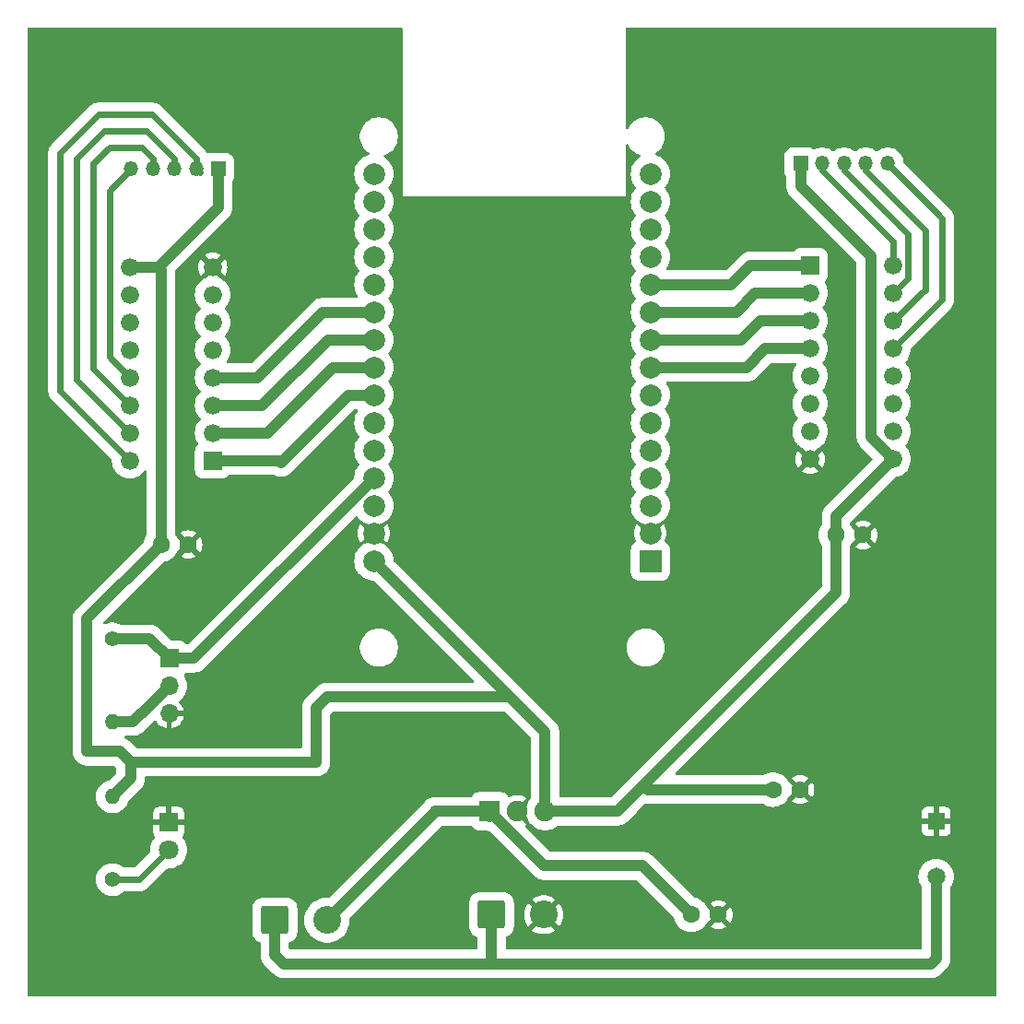
<source format=gbr>
%TF.GenerationSoftware,KiCad,Pcbnew,8.0.8*%
%TF.CreationDate,2025-02-24T10:44:51-05:00*%
%TF.ProjectId,filamento_3d,66696c61-6d65-46e7-946f-5f33642e6b69,rev?*%
%TF.SameCoordinates,Original*%
%TF.FileFunction,Copper,L2,Bot*%
%TF.FilePolarity,Positive*%
%FSLAX46Y46*%
G04 Gerber Fmt 4.6, Leading zero omitted, Abs format (unit mm)*
G04 Created by KiCad (PCBNEW 8.0.8) date 2025-02-24 10:44:51*
%MOMM*%
%LPD*%
G01*
G04 APERTURE LIST*
G04 Aperture macros list*
%AMRoundRect*
0 Rectangle with rounded corners*
0 $1 Rounding radius*
0 $2 $3 $4 $5 $6 $7 $8 $9 X,Y pos of 4 corners*
0 Add a 4 corners polygon primitive as box body*
4,1,4,$2,$3,$4,$5,$6,$7,$8,$9,$2,$3,0*
0 Add four circle primitives for the rounded corners*
1,1,$1+$1,$2,$3*
1,1,$1+$1,$4,$5*
1,1,$1+$1,$6,$7*
1,1,$1+$1,$8,$9*
0 Add four rect primitives between the rounded corners*
20,1,$1+$1,$2,$3,$4,$5,0*
20,1,$1+$1,$4,$5,$6,$7,0*
20,1,$1+$1,$6,$7,$8,$9,0*
20,1,$1+$1,$8,$9,$2,$3,0*%
G04 Aperture macros list end*
%TA.AperFunction,ComponentPad*%
%ADD10C,1.400000*%
%TD*%
%TA.AperFunction,ComponentPad*%
%ADD11O,1.400000X1.400000*%
%TD*%
%TA.AperFunction,ComponentPad*%
%ADD12R,2.000000X2.000000*%
%TD*%
%TA.AperFunction,ComponentPad*%
%ADD13C,2.000000*%
%TD*%
%TA.AperFunction,ComponentPad*%
%ADD14R,1.910000X1.910000*%
%TD*%
%TA.AperFunction,ComponentPad*%
%ADD15C,1.910000*%
%TD*%
%TA.AperFunction,ComponentPad*%
%ADD16RoundRect,0.249999X-1.025001X-1.025001X1.025001X-1.025001X1.025001X1.025001X-1.025001X1.025001X0*%
%TD*%
%TA.AperFunction,ComponentPad*%
%ADD17C,2.550000*%
%TD*%
%TA.AperFunction,ComponentPad*%
%ADD18R,1.350000X1.350000*%
%TD*%
%TA.AperFunction,ComponentPad*%
%ADD19O,1.350000X1.350000*%
%TD*%
%TA.AperFunction,ComponentPad*%
%ADD20C,1.600000*%
%TD*%
%TA.AperFunction,ComponentPad*%
%ADD21R,1.676400X1.676400*%
%TD*%
%TA.AperFunction,ComponentPad*%
%ADD22C,1.676400*%
%TD*%
%TA.AperFunction,ComponentPad*%
%ADD23R,1.800000X1.800000*%
%TD*%
%TA.AperFunction,ComponentPad*%
%ADD24C,1.800000*%
%TD*%
%TA.AperFunction,ComponentPad*%
%ADD25R,1.650000X1.650000*%
%TD*%
%TA.AperFunction,ComponentPad*%
%ADD26C,1.650000*%
%TD*%
%TA.AperFunction,ComponentPad*%
%ADD27R,1.700000X1.700000*%
%TD*%
%TA.AperFunction,ComponentPad*%
%ADD28O,1.700000X1.700000*%
%TD*%
%TA.AperFunction,Conductor*%
%ADD29C,1.000000*%
%TD*%
%TA.AperFunction,Conductor*%
%ADD30C,0.600000*%
%TD*%
G04 APERTURE END LIST*
D10*
%TO.P,R1,1*%
%TO.N,/sensor*%
X108825406Y-116650000D03*
D11*
%TO.P,R1,2*%
%TO.N,+5V*%
X108825406Y-124270000D03*
%TD*%
D12*
%TO.P,U1,1,3V3*%
%TO.N,unconnected-(U1-3V3-Pad1)*%
X158245406Y-109500000D03*
D13*
%TO.P,U1,2,GND*%
%TO.N,GND*%
X158245406Y-106960000D03*
%TO.P,U1,3,D15*%
%TO.N,unconnected-(U1-D15-Pad3)*%
X158245406Y-104420000D03*
%TO.P,U1,4,D2*%
%TO.N,unconnected-(U1-D2-Pad4)*%
X158245406Y-101880000D03*
%TO.P,U1,5,D4*%
%TO.N,unconnected-(U1-D4-Pad5)*%
X158245406Y-99340000D03*
%TO.P,U1,6,RX2*%
%TO.N,unconnected-(U1-RX2-Pad6)*%
X158245406Y-96800000D03*
%TO.P,U1,7,TX2*%
%TO.N,unconnected-(U1-TX2-Pad7)*%
X158245406Y-94260000D03*
%TO.P,U1,8,D5*%
%TO.N,/D1 in4*%
X158245406Y-91720000D03*
%TO.P,U1,9,D18*%
%TO.N,/D1 in3*%
X158245406Y-89180000D03*
%TO.P,U1,10,D19*%
%TO.N,/D1 in2*%
X158245406Y-86640000D03*
%TO.P,U1,11,D21*%
%TO.N,/D1 in1*%
X158245406Y-84100000D03*
%TO.P,U1,12,RX0*%
%TO.N,unconnected-(U1-RX0-Pad12)*%
X158245406Y-81560000D03*
%TO.P,U1,13,TX0*%
%TO.N,unconnected-(U1-TX0-Pad13)*%
X158245406Y-79020000D03*
%TO.P,U1,14,D22*%
%TO.N,unconnected-(U1-D22-Pad14)*%
X158245406Y-76480000D03*
%TO.P,U1,15,D23*%
%TO.N,unconnected-(U1-D23-Pad15)*%
X158245406Y-73940000D03*
%TO.P,U1,16,EN*%
%TO.N,unconnected-(U1-EN-Pad16)*%
X132845406Y-73940000D03*
%TO.P,U1,17,VP*%
%TO.N,unconnected-(U1-VP-Pad17)*%
X132845406Y-76480000D03*
%TO.P,U1,18,VN*%
%TO.N,unconnected-(U1-VN-Pad18)*%
X132845406Y-79020000D03*
%TO.P,U1,19,D34*%
%TO.N,unconnected-(U1-D34-Pad19)*%
X132845406Y-81560000D03*
%TO.P,U1,20,D35*%
%TO.N,unconnected-(U1-D35-Pad20)*%
X132845406Y-84100000D03*
%TO.P,U1,21,D32*%
%TO.N,/D2 in4*%
X132845406Y-86640000D03*
%TO.P,U1,22,D33*%
%TO.N,/D2 in3*%
X132845406Y-89180000D03*
%TO.P,U1,23,D25*%
%TO.N,/D2 in2*%
X132845406Y-91720000D03*
%TO.P,U1,24,D26*%
%TO.N,/D2 in1*%
X132845406Y-94260000D03*
%TO.P,U1,25,D27*%
%TO.N,unconnected-(U1-D27-Pad25)*%
X132845406Y-96800000D03*
%TO.P,U1,26,D14*%
%TO.N,unconnected-(U1-D14-Pad26)*%
X132845406Y-99340000D03*
%TO.P,U1,27,D12*%
%TO.N,/sensor*%
X132845406Y-101880000D03*
%TO.P,U1,28,D13*%
%TO.N,unconnected-(U1-D13-Pad28)*%
X132845406Y-104420000D03*
%TO.P,U1,29,GND*%
%TO.N,GND*%
X132845406Y-106960000D03*
%TO.P,U1,30,VIN*%
%TO.N,+5V*%
X132845406Y-109500000D03*
%TD*%
D14*
%TO.P,U2,1,IN*%
%TO.N,Net-(SW1-B)*%
X143505406Y-132500000D03*
D15*
%TO.P,U2,2,GND*%
%TO.N,GND*%
X146045406Y-132500000D03*
%TO.P,U2,3,OUT*%
%TO.N,+5V*%
X148585406Y-132500000D03*
%TD*%
D16*
%TO.P,SW1,1,A*%
%TO.N,+12V*%
X123745406Y-142500000D03*
D17*
%TO.P,SW1,2,B*%
%TO.N,Net-(SW1-B)*%
X128545406Y-142500000D03*
%TD*%
D18*
%TO.P,J6,1,Pin_1*%
%TO.N,+5V*%
X172045406Y-73000000D03*
D19*
%TO.P,J6,2,Pin_2*%
%TO.N,Net-(D1-OUT1)*%
X174045406Y-73000000D03*
%TO.P,J6,3,Pin_3*%
%TO.N,Net-(D1-OUT2)*%
X176045406Y-73000000D03*
%TO.P,J6,4,Pin_4*%
%TO.N,Net-(D1-OUT3)*%
X178045406Y-73000000D03*
%TO.P,J6,5,Pin_5*%
%TO.N,Net-(D1-OUT4)*%
X180045406Y-73000000D03*
%TD*%
D20*
%TO.P,C3,1*%
%TO.N,Net-(SW1-B)*%
X162000000Y-142000000D03*
%TO.P,C3,2*%
%TO.N,GND*%
X164500000Y-142000000D03*
%TD*%
D21*
%TO.P,D2,1,IN1*%
%TO.N,/D2 in1*%
X118045406Y-100280000D03*
D22*
%TO.P,D2,2,IN2*%
%TO.N,/D2 in2*%
X118045406Y-97740000D03*
%TO.P,D2,3,IN3*%
%TO.N,/D2 in3*%
X118045406Y-95200000D03*
%TO.P,D2,4,IN4*%
%TO.N,/D2 in4*%
X118045406Y-92660000D03*
%TO.P,D2,5,IN5*%
%TO.N,unconnected-(D2-IN5-Pad5)*%
X118045406Y-90120000D03*
%TO.P,D2,6,IN6*%
%TO.N,unconnected-(D2-IN6-Pad6)*%
X118045406Y-87580000D03*
%TO.P,D2,7,IN7*%
%TO.N,unconnected-(D2-IN7-Pad7)*%
X118045406Y-85040000D03*
%TO.P,D2,8,GND*%
%TO.N,GND*%
X118045406Y-82500000D03*
%TO.P,D2,9,COM*%
%TO.N,+5V*%
X110425406Y-82500000D03*
%TO.P,D2,10,OUT7*%
%TO.N,unconnected-(D2-OUT7-Pad10)*%
X110425406Y-85040000D03*
%TO.P,D2,11,OUT6*%
%TO.N,unconnected-(D2-OUT6-Pad11)*%
X110425406Y-87580000D03*
%TO.P,D2,12,OUT5*%
%TO.N,unconnected-(D2-OUT5-Pad12)*%
X110425406Y-90120000D03*
%TO.P,D2,13,OUT4*%
%TO.N,Net-(D2-OUT4)*%
X110425406Y-92660000D03*
%TO.P,D2,14,OUT3*%
%TO.N,Net-(D2-OUT3)*%
X110425406Y-95200000D03*
%TO.P,D2,15,OUT2*%
%TO.N,Net-(D2-OUT2)*%
X110425406Y-97740000D03*
%TO.P,D2,16,OUT1*%
%TO.N,Net-(D2-OUT1)*%
X110425406Y-100280000D03*
%TD*%
D10*
%TO.P,R2,1*%
%TO.N,Net-(D3-A)*%
X108825406Y-138770000D03*
D11*
%TO.P,R2,2*%
%TO.N,+5V*%
X108825406Y-131150000D03*
%TD*%
D21*
%TO.P,D1,1,IN1*%
%TO.N,/D1 in1*%
X172925406Y-82380000D03*
D22*
%TO.P,D1,2,IN2*%
%TO.N,/D1 in2*%
X172925406Y-84920000D03*
%TO.P,D1,3,IN3*%
%TO.N,/D1 in3*%
X172925406Y-87460000D03*
%TO.P,D1,4,IN4*%
%TO.N,/D1 in4*%
X172925406Y-90000000D03*
%TO.P,D1,5,IN5*%
%TO.N,unconnected-(D1-IN5-Pad5)*%
X172925406Y-92540000D03*
%TO.P,D1,6,IN6*%
%TO.N,unconnected-(D1-IN6-Pad6)*%
X172925406Y-95080000D03*
%TO.P,D1,7,IN7*%
%TO.N,unconnected-(D1-IN7-Pad7)*%
X172925406Y-97620000D03*
%TO.P,D1,8,GND*%
%TO.N,GND*%
X172925406Y-100160000D03*
%TO.P,D1,9,COM*%
%TO.N,+5V*%
X180545406Y-100160000D03*
%TO.P,D1,10,OUT7*%
%TO.N,unconnected-(D1-OUT7-Pad10)*%
X180545406Y-97620000D03*
%TO.P,D1,11,OUT6*%
%TO.N,unconnected-(D1-OUT6-Pad11)*%
X180545406Y-95080000D03*
%TO.P,D1,12,OUT5*%
%TO.N,unconnected-(D1-OUT5-Pad12)*%
X180545406Y-92540000D03*
%TO.P,D1,13,OUT4*%
%TO.N,Net-(D1-OUT4)*%
X180545406Y-90000000D03*
%TO.P,D1,14,OUT3*%
%TO.N,Net-(D1-OUT3)*%
X180545406Y-87460000D03*
%TO.P,D1,15,OUT2*%
%TO.N,Net-(D1-OUT2)*%
X180545406Y-84920000D03*
%TO.P,D1,16,OUT1*%
%TO.N,Net-(D1-OUT1)*%
X180545406Y-82380000D03*
%TD*%
D20*
%TO.P,C2,1*%
%TO.N,+5V*%
X113295406Y-108000000D03*
%TO.P,C2,2*%
%TO.N,GND*%
X115795406Y-108000000D03*
%TD*%
%TO.P,C1,1*%
%TO.N,+5V*%
X175295406Y-107120000D03*
%TO.P,C1,2*%
%TO.N,GND*%
X177795406Y-107120000D03*
%TD*%
D23*
%TO.P,D3,1,K*%
%TO.N,GND*%
X114000000Y-133500000D03*
D24*
%TO.P,D3,2,A*%
%TO.N,Net-(D3-A)*%
X114000000Y-136040000D03*
%TD*%
D16*
%TO.P,J2,1,Pin_1*%
%TO.N,+12V*%
X143645406Y-142000000D03*
D17*
%TO.P,J2,2,Pin_2*%
%TO.N,GND*%
X148445406Y-142000000D03*
%TD*%
D25*
%TO.P,P1,1,1*%
%TO.N,GND*%
X184500000Y-133420000D03*
D26*
%TO.P,P1,2,2*%
%TO.N,+12V*%
X184500000Y-138500000D03*
%TD*%
D27*
%TO.P,J4,1,Pin_1*%
%TO.N,/sensor*%
X114045406Y-118460000D03*
D28*
%TO.P,J4,2,Pin_2*%
%TO.N,+5V*%
X114045406Y-121000000D03*
%TO.P,J4,3,Pin_3*%
%TO.N,GND*%
X114045406Y-123540000D03*
%TD*%
D18*
%TO.P,J5,1,Pin_1*%
%TO.N,+5V*%
X118545406Y-73500000D03*
D19*
%TO.P,J5,2,Pin_2*%
%TO.N,Net-(D2-OUT1)*%
X116545406Y-73500000D03*
%TO.P,J5,3,Pin_3*%
%TO.N,Net-(D2-OUT2)*%
X114545406Y-73500000D03*
%TO.P,J5,4,Pin_4*%
%TO.N,Net-(D2-OUT3)*%
X112545406Y-73500000D03*
%TO.P,J5,5,Pin_5*%
%TO.N,Net-(D2-OUT4)*%
X110545406Y-73500000D03*
%TD*%
D20*
%TO.P,C4,1*%
%TO.N,+5V*%
X169500000Y-130500000D03*
%TO.P,C4,2*%
%TO.N,GND*%
X172000000Y-130500000D03*
%TD*%
D29*
%TO.N,+12V*%
X184500000Y-138500000D02*
X184500000Y-146045406D01*
X184500000Y-146045406D02*
X184045406Y-146500000D01*
X143645406Y-146354594D02*
X143500000Y-146500000D01*
X143645406Y-142000000D02*
X143645406Y-146354594D01*
X143500000Y-146500000D02*
X124545406Y-146500000D01*
X184045406Y-146500000D02*
X143500000Y-146500000D01*
X123745406Y-145700000D02*
X123745406Y-142500000D01*
X124545406Y-146500000D02*
X123745406Y-145700000D01*
%TO.N,+5V*%
X113295406Y-108000000D02*
X113295406Y-82750000D01*
X106500000Y-127000000D02*
X109499139Y-127000000D01*
X110499139Y-128000000D02*
X110499139Y-129476267D01*
X175295406Y-112410000D02*
X157602703Y-130102703D01*
X110499139Y-128000000D02*
X127545406Y-128000000D01*
X111500000Y-123500000D02*
X110730000Y-124270000D01*
X128545406Y-122000000D02*
X145345406Y-122000000D01*
X110730000Y-124270000D02*
X108825406Y-124270000D01*
X106500000Y-114795406D02*
X106500000Y-127000000D01*
X114045406Y-121000000D02*
X111545406Y-123500000D01*
X175295406Y-105410000D02*
X180545406Y-100160000D01*
X113295406Y-82750000D02*
X113045406Y-82500000D01*
X132845406Y-109500000D02*
X145422703Y-122077297D01*
X172045406Y-73000000D02*
X172045406Y-75045406D01*
X113295406Y-108000000D02*
X106500000Y-114795406D01*
X118545406Y-77000000D02*
X118545406Y-73500000D01*
X175295406Y-107120000D02*
X175295406Y-105410000D01*
X155205406Y-132500000D02*
X148585406Y-132500000D01*
X110499139Y-129476267D02*
X108825406Y-131150000D01*
X145345406Y-122000000D02*
X145422703Y-122077297D01*
X110425406Y-82500000D02*
X113045406Y-82500000D01*
X169500000Y-130500000D02*
X158000000Y-130500000D01*
X172045406Y-75045406D02*
X178500000Y-81500000D01*
X175295406Y-112410000D02*
X175295406Y-107120000D01*
X157602703Y-130102703D02*
X155205406Y-132500000D01*
X145422703Y-122077297D02*
X148585406Y-125240000D01*
X178500000Y-81500000D02*
X178500000Y-98114594D01*
X109499139Y-127000000D02*
X110499139Y-128000000D01*
X111545406Y-123500000D02*
X111500000Y-123500000D01*
X148585406Y-125240000D02*
X148585406Y-132500000D01*
X113045406Y-82500000D02*
X118545406Y-77000000D01*
X127545406Y-128000000D02*
X127545406Y-123000000D01*
X127545406Y-123000000D02*
X128545406Y-122000000D01*
X178500000Y-98114594D02*
X180545406Y-100160000D01*
X158000000Y-130500000D02*
X157602703Y-130102703D01*
%TO.N,/D1 in3*%
X158245406Y-89180000D02*
X166605406Y-89180000D01*
X168325406Y-87460000D02*
X172925406Y-87460000D01*
X166605406Y-89180000D02*
X168325406Y-87460000D01*
%TO.N,/D1 in1*%
X158245406Y-84100000D02*
X165685406Y-84100000D01*
X167405406Y-82380000D02*
X172925406Y-82380000D01*
X165685406Y-84100000D02*
X167405406Y-82380000D01*
%TO.N,/D1 in2*%
X158245406Y-86640000D02*
X166145406Y-86640000D01*
X167865406Y-84920000D02*
X172925406Y-84920000D01*
X166145406Y-86640000D02*
X167865406Y-84920000D01*
D30*
%TO.N,Net-(D1-OUT2)*%
X181937606Y-79512200D02*
X181937606Y-83527800D01*
X181937606Y-83527800D02*
X180545406Y-84920000D01*
X176045406Y-73000000D02*
X176045406Y-73620000D01*
X176045406Y-73620000D02*
X181937606Y-79512200D01*
%TO.N,Net-(D1-OUT3)*%
X183385406Y-84620000D02*
X180545406Y-87460000D01*
X178045406Y-73620000D02*
X183545406Y-79120000D01*
X183545406Y-84620000D02*
X183385406Y-84620000D01*
X183545406Y-79120000D02*
X183545406Y-84620000D01*
X178045406Y-73000000D02*
X178045406Y-73620000D01*
%TO.N,Net-(D1-OUT4)*%
X180045406Y-73000000D02*
X185045406Y-78000000D01*
X185045406Y-85500000D02*
X180545406Y-90000000D01*
X185045406Y-78000000D02*
X185045406Y-85500000D01*
%TO.N,Net-(D1-OUT1)*%
X174045406Y-73620000D02*
X180545406Y-80120000D01*
X180545406Y-80120000D02*
X180545406Y-82380000D01*
X174045406Y-73000000D02*
X174045406Y-73620000D01*
D29*
%TO.N,/D1 in4*%
X168785406Y-90000000D02*
X172925406Y-90000000D01*
X158245406Y-91720000D02*
X167065406Y-91720000D01*
X167065406Y-91720000D02*
X168785406Y-90000000D01*
%TO.N,/D2 in4*%
X128145406Y-86640000D02*
X132845406Y-86640000D01*
X118045406Y-92660000D02*
X122125406Y-92660000D01*
X122125406Y-92660000D02*
X128145406Y-86640000D01*
%TO.N,/D2 in2*%
X118045406Y-97740000D02*
X123045406Y-97740000D01*
X132845406Y-91720000D02*
X129065406Y-91720000D01*
X129065406Y-91720000D02*
X123045406Y-97740000D01*
D30*
%TO.N,Net-(D2-OUT4)*%
X108545406Y-75500000D02*
X108545406Y-90780000D01*
X108545406Y-90780000D02*
X110425406Y-92660000D01*
X110545406Y-73500000D02*
X108545406Y-75500000D01*
D29*
%TO.N,/D2 in1*%
X124325406Y-100460000D02*
X130525406Y-94260000D01*
X124145406Y-100280000D02*
X124325406Y-100460000D01*
X130525406Y-94260000D02*
X132845406Y-94260000D01*
X118045406Y-100280000D02*
X124145406Y-100280000D01*
D30*
%TO.N,Net-(D2-OUT3)*%
X107045406Y-91820000D02*
X110425406Y-95200000D01*
X108545406Y-71500000D02*
X107045406Y-73000000D01*
X112545406Y-72500000D02*
X111545406Y-71500000D01*
X112545406Y-73500000D02*
X112545406Y-72500000D01*
X107045406Y-73000000D02*
X107045406Y-91820000D01*
X111545406Y-71500000D02*
X108545406Y-71500000D01*
D29*
%TO.N,/D2 in3*%
X122585406Y-95200000D02*
X128605406Y-89180000D01*
X118045406Y-95200000D02*
X122585406Y-95200000D01*
X128605406Y-89180000D02*
X132845406Y-89180000D01*
D30*
%TO.N,Net-(D2-OUT2)*%
X114545406Y-73500000D02*
X114545406Y-72545406D01*
X114545406Y-72545406D02*
X112000000Y-70000000D01*
X112000000Y-70000000D02*
X108045406Y-70000000D01*
X108045406Y-70000000D02*
X105545406Y-72500000D01*
X105545406Y-72500000D02*
X105545406Y-92860000D01*
X105545406Y-92860000D02*
X110425406Y-97740000D01*
%TO.N,Net-(D2-OUT1)*%
X116855406Y-73810000D02*
X116545406Y-73500000D01*
X110425406Y-100280000D02*
X104045406Y-93900000D01*
X104045406Y-93900000D02*
X104045406Y-72000000D01*
X112500000Y-68500000D02*
X116545406Y-72545406D01*
X107545406Y-68500000D02*
X112500000Y-68500000D01*
X104045406Y-72000000D02*
X107545406Y-68500000D01*
X116545406Y-72545406D02*
X116545406Y-73500000D01*
D29*
%TO.N,/sensor*%
X132845406Y-101880000D02*
X116265406Y-118460000D01*
X108825406Y-116650000D02*
X112235406Y-116650000D01*
X112235406Y-116650000D02*
X114045406Y-118460000D01*
X116265406Y-118460000D02*
X114045406Y-118460000D01*
%TO.N,Net-(SW1-B)*%
X128545406Y-142500000D02*
X138500000Y-132545406D01*
X138500000Y-132545406D02*
X138500000Y-132500000D01*
X157500000Y-137500000D02*
X148500000Y-137500000D01*
X138500000Y-132500000D02*
X143505406Y-132500000D01*
X143505406Y-133005406D02*
X143505406Y-132500000D01*
X148500000Y-137500000D02*
X148500000Y-137494594D01*
X162000000Y-142000000D02*
X157500000Y-137500000D01*
X148500000Y-137494594D02*
X143505406Y-132500000D01*
D30*
%TO.N,Net-(D3-A)*%
X108825406Y-138770000D02*
X111270000Y-138770000D01*
X111270000Y-138770000D02*
X114000000Y-136040000D01*
%TD*%
%TA.AperFunction,Conductor*%
%TO.N,GND*%
G36*
X131287578Y-105379525D02*
G01*
X131343511Y-105421397D01*
X131351625Y-105433697D01*
X131353221Y-105436462D01*
X131353592Y-105437104D01*
X131521848Y-105648089D01*
X131701773Y-105815034D01*
X131719665Y-105831635D01*
X131942632Y-105983651D01*
X131942635Y-105983652D01*
X131942636Y-105983653D01*
X131955542Y-105989868D01*
X132185765Y-106100738D01*
X132378975Y-106160335D01*
X132430104Y-106191144D01*
X132707831Y-106468871D01*
X132648553Y-106484755D01*
X132532259Y-106551898D01*
X132437304Y-106646853D01*
X132370161Y-106763147D01*
X132354277Y-106822425D01*
X131621969Y-106090117D01*
X131521673Y-106243633D01*
X131521671Y-106243637D01*
X131421818Y-106471282D01*
X131360793Y-106712261D01*
X131360791Y-106712270D01*
X131340265Y-106959994D01*
X131340265Y-106960000D01*
X131360791Y-107207729D01*
X131360793Y-107207738D01*
X131421818Y-107448717D01*
X131521673Y-107676367D01*
X131621968Y-107829881D01*
X132354277Y-107097573D01*
X132370161Y-107156853D01*
X132437304Y-107273147D01*
X132532259Y-107368102D01*
X132648553Y-107435245D01*
X132707831Y-107451128D01*
X132430104Y-107728854D01*
X132378973Y-107759664D01*
X132185766Y-107819261D01*
X131942636Y-107936346D01*
X131719664Y-108088365D01*
X131521848Y-108271910D01*
X131353591Y-108482898D01*
X131218664Y-108716599D01*
X131218662Y-108716603D01*
X131120072Y-108967804D01*
X131120070Y-108967811D01*
X131060022Y-109230898D01*
X131039857Y-109499995D01*
X131039857Y-109500004D01*
X131060022Y-109769101D01*
X131120070Y-110032188D01*
X131120072Y-110032195D01*
X131218663Y-110283398D01*
X131353591Y-110517102D01*
X131482899Y-110679249D01*
X131521848Y-110728089D01*
X131652723Y-110849522D01*
X131719665Y-110911635D01*
X131942632Y-111063651D01*
X132185765Y-111180738D01*
X132443634Y-111260280D01*
X132443635Y-111260280D01*
X132443638Y-111260281D01*
X132710469Y-111300499D01*
X132710474Y-111300499D01*
X132710477Y-111300500D01*
X132755359Y-111300500D01*
X132822398Y-111320185D01*
X132843040Y-111336819D01*
X141994040Y-120487819D01*
X142027525Y-120549142D01*
X142022541Y-120618834D01*
X141980669Y-120674767D01*
X141915205Y-120699184D01*
X141906359Y-120699500D01*
X128443054Y-120699500D01*
X128375660Y-120710174D01*
X128240870Y-120731523D01*
X128046190Y-120794777D01*
X128046187Y-120794778D01*
X127894483Y-120872077D01*
X127894482Y-120872076D01*
X127863794Y-120887713D01*
X127698192Y-121008028D01*
X126553442Y-122152778D01*
X126433119Y-122318388D01*
X126386652Y-122409585D01*
X126386651Y-122409584D01*
X126340185Y-122500781D01*
X126340184Y-122500785D01*
X126316210Y-122574572D01*
X126316210Y-122574573D01*
X126281432Y-122681609D01*
X126281431Y-122681612D01*
X126276928Y-122695468D01*
X126244906Y-122897648D01*
X126244906Y-126575500D01*
X126225221Y-126642539D01*
X126172417Y-126688294D01*
X126120906Y-126699500D01*
X111089185Y-126699500D01*
X111022146Y-126679815D01*
X111001504Y-126663181D01*
X110346360Y-126008036D01*
X110346359Y-126008035D01*
X110346358Y-126008034D01*
X110180750Y-125887713D01*
X110089553Y-125841246D01*
X110018387Y-125804985D01*
X109967591Y-125757010D01*
X109950796Y-125689189D01*
X109973333Y-125623054D01*
X110028049Y-125579603D01*
X110074682Y-125570500D01*
X110832351Y-125570500D01*
X110832352Y-125570500D01*
X111034535Y-125538477D01*
X111131876Y-125506848D01*
X111229219Y-125475220D01*
X111392212Y-125392171D01*
X111411611Y-125382287D01*
X111577219Y-125261966D01*
X112219683Y-124619500D01*
X112234465Y-124606875D01*
X112392625Y-124491966D01*
X112682974Y-124201616D01*
X112744291Y-124168135D01*
X112813983Y-124173119D01*
X112869917Y-124214990D01*
X112872224Y-124218177D01*
X113007296Y-124411078D01*
X113174323Y-124578105D01*
X113367827Y-124713600D01*
X113581913Y-124813429D01*
X113581922Y-124813433D01*
X113795406Y-124870634D01*
X113795406Y-123973012D01*
X113852413Y-124005925D01*
X113979580Y-124040000D01*
X114111232Y-124040000D01*
X114238399Y-124005925D01*
X114295406Y-123973012D01*
X114295406Y-124870633D01*
X114508889Y-124813433D01*
X114508898Y-124813429D01*
X114722984Y-124713600D01*
X114916488Y-124578105D01*
X115083511Y-124411082D01*
X115219006Y-124217578D01*
X115318835Y-124003492D01*
X115318838Y-124003486D01*
X115376042Y-123790000D01*
X114478418Y-123790000D01*
X114511331Y-123732993D01*
X114545406Y-123605826D01*
X114545406Y-123474174D01*
X114511331Y-123347007D01*
X114478418Y-123290000D01*
X115376042Y-123290000D01*
X115376041Y-123289999D01*
X115318838Y-123076513D01*
X115318835Y-123076507D01*
X115219006Y-122862422D01*
X115219005Y-122862420D01*
X115083519Y-122668926D01*
X114965743Y-122551149D01*
X114932259Y-122489826D01*
X114937243Y-122420134D01*
X114979115Y-122364201D01*
X114988629Y-122357744D01*
X115018546Y-122339412D01*
X115216095Y-122170689D01*
X115384818Y-121973140D01*
X115520560Y-121751628D01*
X115619979Y-121511610D01*
X115680627Y-121258994D01*
X115701010Y-121000000D01*
X115680627Y-120741006D01*
X115619979Y-120488390D01*
X115561740Y-120347790D01*
X115520560Y-120248371D01*
X115407703Y-120064205D01*
X115389458Y-119996759D01*
X115410574Y-119930157D01*
X115425739Y-119911744D01*
X115525222Y-119812262D01*
X115525226Y-119812256D01*
X115529271Y-119807185D01*
X115586460Y-119767046D01*
X115626216Y-119760500D01*
X116367757Y-119760500D01*
X116367758Y-119760500D01*
X116569941Y-119728477D01*
X116667282Y-119696848D01*
X116764625Y-119665220D01*
X116855820Y-119618753D01*
X116947017Y-119572287D01*
X117112625Y-119451966D01*
X119219333Y-117345258D01*
X131564906Y-117345258D01*
X131564906Y-117574741D01*
X131588261Y-117752130D01*
X131594858Y-117802238D01*
X131623860Y-117910476D01*
X131654248Y-118023887D01*
X131742056Y-118235876D01*
X131742063Y-118235890D01*
X131856798Y-118434617D01*
X131996487Y-118616661D01*
X131996495Y-118616670D01*
X132158736Y-118778911D01*
X132158744Y-118778918D01*
X132340788Y-118918607D01*
X132340791Y-118918608D01*
X132340794Y-118918611D01*
X132539518Y-119033344D01*
X132539523Y-119033346D01*
X132539529Y-119033349D01*
X132630886Y-119071190D01*
X132751519Y-119121158D01*
X132973168Y-119180548D01*
X133200672Y-119210500D01*
X133200679Y-119210500D01*
X133430133Y-119210500D01*
X133430140Y-119210500D01*
X133657644Y-119180548D01*
X133879293Y-119121158D01*
X134091294Y-119033344D01*
X134290018Y-118918611D01*
X134472067Y-118778919D01*
X134472071Y-118778914D01*
X134472076Y-118778911D01*
X134634317Y-118616670D01*
X134634320Y-118616665D01*
X134634325Y-118616661D01*
X134774017Y-118434612D01*
X134888750Y-118235888D01*
X134976564Y-118023887D01*
X135035954Y-117802238D01*
X135065906Y-117574734D01*
X135065906Y-117345266D01*
X135035954Y-117117762D01*
X134976564Y-116896113D01*
X134888750Y-116684112D01*
X134774017Y-116485388D01*
X134774014Y-116485385D01*
X134774013Y-116485382D01*
X134634324Y-116303338D01*
X134634317Y-116303330D01*
X134472076Y-116141089D01*
X134472067Y-116141081D01*
X134290023Y-116001392D01*
X134091296Y-115886657D01*
X134091282Y-115886650D01*
X133879293Y-115798842D01*
X133657644Y-115739452D01*
X133619621Y-115734446D01*
X133430147Y-115709500D01*
X133430140Y-115709500D01*
X133200672Y-115709500D01*
X133200664Y-115709500D01*
X132984121Y-115738009D01*
X132973168Y-115739452D01*
X132879482Y-115764554D01*
X132751518Y-115798842D01*
X132539529Y-115886650D01*
X132539515Y-115886657D01*
X132340788Y-116001392D01*
X132158744Y-116141081D01*
X131996487Y-116303338D01*
X131856798Y-116485382D01*
X131742063Y-116684109D01*
X131742056Y-116684123D01*
X131654248Y-116896112D01*
X131594859Y-117117759D01*
X131594857Y-117117770D01*
X131564906Y-117345258D01*
X119219333Y-117345258D01*
X131156565Y-105408024D01*
X131217886Y-105374541D01*
X131287578Y-105379525D01*
G37*
%TD.AperFunction*%
%TA.AperFunction,Conductor*%
G36*
X135443039Y-60520185D02*
G01*
X135488794Y-60572989D01*
X135500000Y-60624500D01*
X135500000Y-76000000D01*
X156000000Y-76000000D01*
X156000000Y-71300747D01*
X156019685Y-71233708D01*
X156072489Y-71187953D01*
X156141647Y-71178009D01*
X156205203Y-71207034D01*
X156238561Y-71253295D01*
X156252056Y-71285876D01*
X156252063Y-71285890D01*
X156366798Y-71484617D01*
X156506487Y-71666661D01*
X156506495Y-71666670D01*
X156668736Y-71828911D01*
X156668744Y-71828918D01*
X156850788Y-71968607D01*
X156850791Y-71968608D01*
X156850794Y-71968611D01*
X157049518Y-72083344D01*
X157049523Y-72083346D01*
X157049529Y-72083349D01*
X157087824Y-72099211D01*
X157261519Y-72171158D01*
X157274702Y-72174690D01*
X157334363Y-72211054D01*
X157364893Y-72273900D01*
X157356599Y-72343276D01*
X157312462Y-72396917D01*
X157298356Y-72406536D01*
X157119664Y-72528365D01*
X156921848Y-72711910D01*
X156753591Y-72922898D01*
X156618664Y-73156599D01*
X156618662Y-73156603D01*
X156520072Y-73407804D01*
X156520070Y-73407811D01*
X156460022Y-73670898D01*
X156439857Y-73939995D01*
X156439857Y-73940004D01*
X156460022Y-74209101D01*
X156520070Y-74472188D01*
X156520072Y-74472195D01*
X156602249Y-74681578D01*
X156618663Y-74723398D01*
X156753591Y-74957102D01*
X156796880Y-75011384D01*
X156893616Y-75132687D01*
X156920024Y-75197374D01*
X156907268Y-75266069D01*
X156893616Y-75287313D01*
X156753591Y-75462898D01*
X156618664Y-75696599D01*
X156618662Y-75696603D01*
X156520072Y-75947804D01*
X156520070Y-75947811D01*
X156460022Y-76210898D01*
X156439857Y-76479995D01*
X156439857Y-76480004D01*
X156460022Y-76749101D01*
X156520070Y-77012188D01*
X156520072Y-77012195D01*
X156618662Y-77263396D01*
X156618664Y-77263400D01*
X156630022Y-77283072D01*
X156753591Y-77497102D01*
X156893616Y-77672687D01*
X156920024Y-77737374D01*
X156907268Y-77806069D01*
X156893616Y-77827313D01*
X156753591Y-78002898D01*
X156618664Y-78236599D01*
X156618662Y-78236603D01*
X156520072Y-78487804D01*
X156520070Y-78487811D01*
X156460022Y-78750898D01*
X156439857Y-79019995D01*
X156439857Y-79020004D01*
X156460022Y-79289101D01*
X156520070Y-79552188D01*
X156520072Y-79552195D01*
X156618663Y-79803398D01*
X156753591Y-80037102D01*
X156893616Y-80212687D01*
X156920024Y-80277374D01*
X156907268Y-80346069D01*
X156893616Y-80367313D01*
X156753591Y-80542898D01*
X156618664Y-80776599D01*
X156618662Y-80776603D01*
X156520072Y-81027804D01*
X156520070Y-81027811D01*
X156460022Y-81290898D01*
X156439857Y-81559995D01*
X156439857Y-81560004D01*
X156460022Y-81829101D01*
X156520070Y-82092188D01*
X156520072Y-82092195D01*
X156618663Y-82343398D01*
X156753591Y-82577102D01*
X156817988Y-82657853D01*
X156893616Y-82752687D01*
X156920024Y-82817374D01*
X156907268Y-82886069D01*
X156893616Y-82907313D01*
X156753591Y-83082898D01*
X156618664Y-83316599D01*
X156618662Y-83316603D01*
X156520072Y-83567804D01*
X156520070Y-83567811D01*
X156460022Y-83830898D01*
X156439857Y-84099995D01*
X156439857Y-84100004D01*
X156460022Y-84369101D01*
X156520070Y-84632188D01*
X156520072Y-84632195D01*
X156579203Y-84782858D01*
X156618663Y-84883398D01*
X156753591Y-85117102D01*
X156876775Y-85271569D01*
X156893616Y-85292687D01*
X156920024Y-85357374D01*
X156907268Y-85426069D01*
X156893616Y-85447312D01*
X156782530Y-85586610D01*
X156753591Y-85622898D01*
X156618664Y-85856599D01*
X156618662Y-85856603D01*
X156520072Y-86107804D01*
X156520070Y-86107811D01*
X156460022Y-86370898D01*
X156439857Y-86639995D01*
X156439857Y-86640004D01*
X156460022Y-86909101D01*
X156520070Y-87172188D01*
X156520072Y-87172195D01*
X156579203Y-87322858D01*
X156618663Y-87423398D01*
X156753591Y-87657102D01*
X156893616Y-87832687D01*
X156920024Y-87897374D01*
X156907268Y-87966069D01*
X156893616Y-87987312D01*
X156753591Y-88162898D01*
X156618664Y-88396599D01*
X156618662Y-88396603D01*
X156520072Y-88647804D01*
X156520070Y-88647811D01*
X156460022Y-88910898D01*
X156439857Y-89179995D01*
X156439857Y-89180004D01*
X156460022Y-89449101D01*
X156520070Y-89712188D01*
X156520072Y-89712195D01*
X156596749Y-89907564D01*
X156618663Y-89963398D01*
X156753591Y-90197102D01*
X156893616Y-90372687D01*
X156920024Y-90437374D01*
X156907268Y-90506069D01*
X156893616Y-90527312D01*
X156753591Y-90702898D01*
X156618664Y-90936599D01*
X156618662Y-90936603D01*
X156520072Y-91187804D01*
X156520070Y-91187811D01*
X156460022Y-91450898D01*
X156439857Y-91719995D01*
X156439857Y-91720004D01*
X156460022Y-91989101D01*
X156520070Y-92252188D01*
X156520072Y-92252195D01*
X156579203Y-92402858D01*
X156618663Y-92503398D01*
X156753591Y-92737102D01*
X156850246Y-92858303D01*
X156893616Y-92912687D01*
X156920024Y-92977374D01*
X156907268Y-93046069D01*
X156893616Y-93067312D01*
X156770406Y-93221813D01*
X156753591Y-93242898D01*
X156618664Y-93476599D01*
X156618662Y-93476603D01*
X156520072Y-93727804D01*
X156520070Y-93727811D01*
X156460022Y-93990898D01*
X156439857Y-94259995D01*
X156439857Y-94260004D01*
X156460022Y-94529101D01*
X156520070Y-94792188D01*
X156520072Y-94792195D01*
X156579203Y-94942858D01*
X156618663Y-95043398D01*
X156753591Y-95277102D01*
X156893616Y-95452687D01*
X156920024Y-95517374D01*
X156907268Y-95586069D01*
X156893616Y-95607312D01*
X156770406Y-95761813D01*
X156753591Y-95782898D01*
X156618664Y-96016599D01*
X156618662Y-96016603D01*
X156520072Y-96267804D01*
X156520070Y-96267811D01*
X156460022Y-96530898D01*
X156439857Y-96799995D01*
X156439857Y-96800004D01*
X156460022Y-97069101D01*
X156520070Y-97332188D01*
X156520072Y-97332195D01*
X156579203Y-97482858D01*
X156618663Y-97583398D01*
X156753591Y-97817102D01*
X156893616Y-97992687D01*
X156920024Y-98057374D01*
X156907268Y-98126069D01*
X156893616Y-98147312D01*
X156753591Y-98322898D01*
X156618664Y-98556599D01*
X156618662Y-98556603D01*
X156520072Y-98807804D01*
X156520070Y-98807811D01*
X156460022Y-99070898D01*
X156439857Y-99339995D01*
X156439857Y-99340004D01*
X156460022Y-99609101D01*
X156520070Y-99872188D01*
X156520072Y-99872195D01*
X156618663Y-100123398D01*
X156753591Y-100357102D01*
X156870030Y-100503111D01*
X156893616Y-100532687D01*
X156920024Y-100597374D01*
X156907268Y-100666069D01*
X156893616Y-100687312D01*
X156778507Y-100831654D01*
X156753591Y-100862898D01*
X156618664Y-101096599D01*
X156618662Y-101096603D01*
X156520072Y-101347804D01*
X156520070Y-101347811D01*
X156460022Y-101610898D01*
X156439857Y-101879995D01*
X156439857Y-101880004D01*
X156460022Y-102149101D01*
X156520070Y-102412188D01*
X156520072Y-102412195D01*
X156618663Y-102663398D01*
X156753591Y-102897102D01*
X156893616Y-103072687D01*
X156920024Y-103137374D01*
X156907268Y-103206069D01*
X156893616Y-103227313D01*
X156753591Y-103402898D01*
X156618664Y-103636599D01*
X156618662Y-103636603D01*
X156520072Y-103887804D01*
X156520070Y-103887811D01*
X156460022Y-104150898D01*
X156439857Y-104419995D01*
X156439857Y-104420004D01*
X156460022Y-104689101D01*
X156520070Y-104952188D01*
X156520072Y-104952195D01*
X156618663Y-105203398D01*
X156753591Y-105437102D01*
X156753593Y-105437104D01*
X156921848Y-105648089D01*
X157101773Y-105815034D01*
X157119665Y-105831635D01*
X157342632Y-105983651D01*
X157342635Y-105983652D01*
X157342636Y-105983653D01*
X157355542Y-105989868D01*
X157585765Y-106100738D01*
X157778975Y-106160335D01*
X157830104Y-106191144D01*
X158107831Y-106468871D01*
X158048553Y-106484755D01*
X157932259Y-106551898D01*
X157837304Y-106646853D01*
X157770161Y-106763147D01*
X157754277Y-106822425D01*
X157021969Y-106090117D01*
X156921673Y-106243633D01*
X156921671Y-106243637D01*
X156821818Y-106471282D01*
X156760793Y-106712261D01*
X156760791Y-106712270D01*
X156740265Y-106959994D01*
X156740265Y-106960000D01*
X156760791Y-107207729D01*
X156760793Y-107207738D01*
X156821818Y-107448717D01*
X156906796Y-107642450D01*
X156915699Y-107711750D01*
X156885721Y-107774863D01*
X156859213Y-107797252D01*
X156824186Y-107819262D01*
X156743143Y-107870184D01*
X156615590Y-107997737D01*
X156519617Y-108150476D01*
X156460037Y-108320745D01*
X156460036Y-108320750D01*
X156444906Y-108455039D01*
X156444906Y-110544960D01*
X156460036Y-110679249D01*
X156460037Y-110679254D01*
X156519617Y-110849523D01*
X156558645Y-110911635D01*
X156615590Y-111002262D01*
X156743144Y-111129816D01*
X156895884Y-111225789D01*
X157066151Y-111285368D01*
X157066156Y-111285369D01*
X157156652Y-111295565D01*
X157200446Y-111300499D01*
X157200449Y-111300500D01*
X157200452Y-111300500D01*
X159290363Y-111300500D01*
X159290364Y-111300499D01*
X159357510Y-111292934D01*
X159424655Y-111285369D01*
X159424658Y-111285368D01*
X159424661Y-111285368D01*
X159594928Y-111225789D01*
X159747668Y-111129816D01*
X159875222Y-111002262D01*
X159971195Y-110849522D01*
X160030774Y-110679255D01*
X160045906Y-110544954D01*
X160045906Y-108455046D01*
X160033650Y-108346269D01*
X160030775Y-108320750D01*
X160030774Y-108320745D01*
X159971194Y-108150476D01*
X159896200Y-108031124D01*
X159875222Y-107997738D01*
X159747668Y-107870184D01*
X159747666Y-107870182D01*
X159631599Y-107797252D01*
X159585309Y-107744918D01*
X159574661Y-107675864D01*
X159584016Y-107642449D01*
X159668994Y-107448717D01*
X159730018Y-107207738D01*
X159730020Y-107207729D01*
X159750547Y-106960000D01*
X159750547Y-106959994D01*
X159730020Y-106712270D01*
X159730018Y-106712261D01*
X159668993Y-106471282D01*
X159569138Y-106243632D01*
X159468841Y-106090116D01*
X158736533Y-106822423D01*
X158720651Y-106763147D01*
X158653508Y-106646853D01*
X158558553Y-106551898D01*
X158442259Y-106484755D01*
X158382978Y-106468871D01*
X158660705Y-106191144D01*
X158711834Y-106160336D01*
X158905047Y-106100738D01*
X159135271Y-105989868D01*
X159148173Y-105983655D01*
X159148173Y-105983654D01*
X159148181Y-105983651D01*
X159371147Y-105831635D01*
X159568967Y-105648085D01*
X159737221Y-105437102D01*
X159872149Y-105203398D01*
X159970740Y-104952195D01*
X160030789Y-104689103D01*
X160050955Y-104420000D01*
X160030789Y-104150897D01*
X159970740Y-103887805D01*
X159872149Y-103636602D01*
X159737221Y-103402898D01*
X159597193Y-103227310D01*
X159570787Y-103162627D01*
X159583542Y-103093931D01*
X159597190Y-103072693D01*
X159737221Y-102897102D01*
X159872149Y-102663398D01*
X159970740Y-102412195D01*
X160030789Y-102149103D01*
X160050955Y-101880000D01*
X160050668Y-101876173D01*
X160034150Y-101655747D01*
X160030789Y-101610897D01*
X159970740Y-101347805D01*
X159872149Y-101096602D01*
X159737221Y-100862898D01*
X159597193Y-100687310D01*
X159570787Y-100622627D01*
X159583542Y-100553931D01*
X159597190Y-100532693D01*
X159737221Y-100357102D01*
X159872149Y-100123398D01*
X159970740Y-99872195D01*
X160030789Y-99609103D01*
X160039839Y-99488341D01*
X160050955Y-99340004D01*
X160050955Y-99339995D01*
X160030789Y-99070898D01*
X160025057Y-99045785D01*
X159970740Y-98807805D01*
X159872149Y-98556602D01*
X159737221Y-98322898D01*
X159597193Y-98147310D01*
X159570787Y-98082627D01*
X159583542Y-98013931D01*
X159597190Y-97992693D01*
X159737221Y-97817102D01*
X159872149Y-97583398D01*
X159970740Y-97332195D01*
X160030789Y-97069103D01*
X160037511Y-96979402D01*
X160050955Y-96800004D01*
X160050955Y-96799995D01*
X160030789Y-96530898D01*
X160025057Y-96505785D01*
X159970740Y-96267805D01*
X159872149Y-96016602D01*
X159737221Y-95782898D01*
X159597193Y-95607310D01*
X159570787Y-95542627D01*
X159583542Y-95473931D01*
X159597190Y-95452693D01*
X159737221Y-95277102D01*
X159872149Y-95043398D01*
X159970740Y-94792195D01*
X160030789Y-94529103D01*
X160037511Y-94439402D01*
X160050955Y-94260004D01*
X160050955Y-94259995D01*
X160030789Y-93990898D01*
X160029811Y-93986611D01*
X159970740Y-93727805D01*
X159872149Y-93476602D01*
X159737221Y-93242898D01*
X159720405Y-93221812D01*
X159693997Y-93157126D01*
X159706754Y-93088431D01*
X159754624Y-93037537D01*
X159817353Y-93020500D01*
X167167757Y-93020500D01*
X167167758Y-93020500D01*
X167369941Y-92988477D01*
X167489899Y-92949500D01*
X167564625Y-92925220D01*
X167695957Y-92858303D01*
X167747017Y-92832287D01*
X167912625Y-92711966D01*
X169287772Y-91336819D01*
X169349095Y-91303334D01*
X169375453Y-91300500D01*
X171560029Y-91300500D01*
X171627068Y-91320185D01*
X171672823Y-91372989D01*
X171682767Y-91442147D01*
X171654319Y-91505031D01*
X171595577Y-91573808D01*
X171595568Y-91573820D01*
X171460798Y-91793745D01*
X171460796Y-91793748D01*
X171362092Y-92032043D01*
X171301875Y-92282863D01*
X171281639Y-92540000D01*
X171301875Y-92797136D01*
X171301875Y-92797139D01*
X171301876Y-92797142D01*
X171347812Y-92988477D01*
X171362092Y-93047956D01*
X171460796Y-93286251D01*
X171460798Y-93286254D01*
X171595568Y-93506179D01*
X171595572Y-93506184D01*
X171763087Y-93702319D01*
X171778767Y-93715711D01*
X171816959Y-93774218D01*
X171817457Y-93844086D01*
X171780103Y-93903132D01*
X171778767Y-93904289D01*
X171763087Y-93917680D01*
X171595572Y-94113815D01*
X171595568Y-94113820D01*
X171460798Y-94333745D01*
X171460796Y-94333748D01*
X171362092Y-94572043D01*
X171301875Y-94822863D01*
X171281639Y-95080000D01*
X171301875Y-95337136D01*
X171301875Y-95337139D01*
X171301876Y-95337142D01*
X171348178Y-95530000D01*
X171362092Y-95587956D01*
X171460796Y-95826251D01*
X171460798Y-95826254D01*
X171595568Y-96046179D01*
X171595572Y-96046184D01*
X171763087Y-96242319D01*
X171778767Y-96255711D01*
X171816959Y-96314218D01*
X171817457Y-96384086D01*
X171780103Y-96443132D01*
X171778767Y-96444289D01*
X171763087Y-96457680D01*
X171595572Y-96653815D01*
X171595568Y-96653820D01*
X171460798Y-96873745D01*
X171460796Y-96873748D01*
X171362092Y-97112043D01*
X171301875Y-97362863D01*
X171281639Y-97620000D01*
X171301875Y-97877136D01*
X171301875Y-97877139D01*
X171301876Y-97877142D01*
X171348178Y-98070000D01*
X171362092Y-98127956D01*
X171460796Y-98366251D01*
X171460798Y-98366254D01*
X171595568Y-98586179D01*
X171595572Y-98586184D01*
X171644175Y-98643090D01*
X171763087Y-98782319D01*
X171849260Y-98855917D01*
X171959221Y-98949833D01*
X171959226Y-98949837D01*
X172179144Y-99084603D01*
X172179151Y-99084607D01*
X172198042Y-99092432D01*
X172238272Y-99119312D01*
X172747986Y-99629026D01*
X172709717Y-99639281D01*
X172582295Y-99712849D01*
X172478255Y-99816889D01*
X172404687Y-99944311D01*
X172394432Y-99982579D01*
X171818951Y-99407098D01*
X171818950Y-99407099D01*
X171762065Y-99488341D01*
X171663107Y-99700558D01*
X171663103Y-99700567D01*
X171602503Y-99926731D01*
X171602501Y-99926741D01*
X171582094Y-100159998D01*
X171582094Y-100160001D01*
X171602501Y-100393258D01*
X171602503Y-100393268D01*
X171663103Y-100619432D01*
X171663107Y-100619441D01*
X171762063Y-100831654D01*
X171762064Y-100831656D01*
X171818951Y-100912899D01*
X171818952Y-100912900D01*
X172394432Y-100337419D01*
X172404687Y-100375689D01*
X172478255Y-100503111D01*
X172582295Y-100607151D01*
X172709717Y-100680719D01*
X172747986Y-100690973D01*
X172172504Y-101266453D01*
X172253754Y-101323343D01*
X172465964Y-101422298D01*
X172465973Y-101422302D01*
X172692137Y-101482902D01*
X172692147Y-101482904D01*
X172925404Y-101503312D01*
X172925408Y-101503312D01*
X173158664Y-101482904D01*
X173158674Y-101482902D01*
X173384838Y-101422302D01*
X173384847Y-101422298D01*
X173597061Y-101323342D01*
X173678306Y-101266453D01*
X173102825Y-100690973D01*
X173141095Y-100680719D01*
X173268517Y-100607151D01*
X173372557Y-100503111D01*
X173446125Y-100375689D01*
X173456379Y-100337419D01*
X174031859Y-100912900D01*
X174088748Y-100831655D01*
X174187704Y-100619441D01*
X174187708Y-100619432D01*
X174248308Y-100393268D01*
X174248310Y-100393258D01*
X174268718Y-100160001D01*
X174268718Y-100159998D01*
X174248310Y-99926741D01*
X174248308Y-99926731D01*
X174187708Y-99700567D01*
X174187704Y-99700558D01*
X174088749Y-99488348D01*
X174031858Y-99407098D01*
X173456378Y-99982579D01*
X173446125Y-99944311D01*
X173372557Y-99816889D01*
X173268517Y-99712849D01*
X173141095Y-99639281D01*
X173102825Y-99629026D01*
X173612538Y-99119312D01*
X173652765Y-99092433D01*
X173671661Y-99084607D01*
X173891588Y-98949835D01*
X174087725Y-98782319D01*
X174255241Y-98586182D01*
X174390013Y-98366255D01*
X174488721Y-98127952D01*
X174548936Y-97877142D01*
X174569173Y-97620000D01*
X174548936Y-97362858D01*
X174488721Y-97112048D01*
X174439720Y-96993748D01*
X174390015Y-96873748D01*
X174390013Y-96873745D01*
X174255243Y-96653820D01*
X174255239Y-96653815D01*
X174098246Y-96470000D01*
X174087725Y-96457681D01*
X174072045Y-96444289D01*
X174033853Y-96385785D01*
X174033353Y-96315917D01*
X174070706Y-96256870D01*
X174071950Y-96255791D01*
X174087725Y-96242319D01*
X174255241Y-96046182D01*
X174390013Y-95826255D01*
X174488721Y-95587952D01*
X174548936Y-95337142D01*
X174569173Y-95080000D01*
X174548936Y-94822858D01*
X174488721Y-94572048D01*
X174439720Y-94453748D01*
X174390015Y-94333748D01*
X174390013Y-94333745D01*
X174255243Y-94113820D01*
X174255239Y-94113815D01*
X174146596Y-93986611D01*
X174087725Y-93917681D01*
X174072045Y-93904289D01*
X174033853Y-93845785D01*
X174033353Y-93775917D01*
X174070706Y-93716870D01*
X174071950Y-93715791D01*
X174087725Y-93702319D01*
X174255241Y-93506182D01*
X174390013Y-93286255D01*
X174397561Y-93268034D01*
X174480701Y-93067313D01*
X174488721Y-93047952D01*
X174548936Y-92797142D01*
X174569173Y-92540000D01*
X174548936Y-92282858D01*
X174488721Y-92032048D01*
X174439720Y-91913748D01*
X174390015Y-91793748D01*
X174390013Y-91793745D01*
X174255243Y-91573820D01*
X174255239Y-91573815D01*
X174098246Y-91390000D01*
X174087725Y-91377681D01*
X174072045Y-91364289D01*
X174033853Y-91305785D01*
X174033353Y-91235917D01*
X174070706Y-91176870D01*
X174071950Y-91175791D01*
X174087725Y-91162319D01*
X174255241Y-90966182D01*
X174390013Y-90746255D01*
X174488721Y-90507952D01*
X174548936Y-90257142D01*
X174569173Y-90000000D01*
X174548936Y-89742858D01*
X174488721Y-89492048D01*
X174439720Y-89373748D01*
X174390015Y-89253748D01*
X174390013Y-89253745D01*
X174255243Y-89033820D01*
X174255239Y-89033815D01*
X174098246Y-88850000D01*
X174087725Y-88837681D01*
X174072045Y-88824289D01*
X174033853Y-88765785D01*
X174033353Y-88695917D01*
X174070706Y-88636870D01*
X174071950Y-88635791D01*
X174087725Y-88622319D01*
X174255241Y-88426182D01*
X174390013Y-88206255D01*
X174488721Y-87967952D01*
X174548936Y-87717142D01*
X174569173Y-87460000D01*
X174548936Y-87202858D01*
X174488721Y-86952048D01*
X174439720Y-86833748D01*
X174390015Y-86713748D01*
X174390013Y-86713745D01*
X174255243Y-86493820D01*
X174255239Y-86493815D01*
X174098246Y-86310000D01*
X174087725Y-86297681D01*
X174072045Y-86284289D01*
X174033853Y-86225785D01*
X174033353Y-86155917D01*
X174070706Y-86096870D01*
X174071950Y-86095791D01*
X174087725Y-86082319D01*
X174255241Y-85886182D01*
X174390013Y-85666255D01*
X174397561Y-85648034D01*
X174485893Y-85434779D01*
X174488721Y-85427952D01*
X174548936Y-85177142D01*
X174569173Y-84920000D01*
X174548936Y-84662858D01*
X174488721Y-84412048D01*
X174439720Y-84293748D01*
X174390015Y-84173748D01*
X174390013Y-84173745D01*
X174328777Y-84073818D01*
X174270153Y-83978153D01*
X174251909Y-83910709D01*
X174273025Y-83844106D01*
X174288190Y-83825693D01*
X174393422Y-83720462D01*
X174489395Y-83567722D01*
X174548974Y-83397455D01*
X174564106Y-83263154D01*
X174564106Y-81496846D01*
X174548974Y-81362545D01*
X174489395Y-81192278D01*
X174475500Y-81170165D01*
X174393421Y-81039537D01*
X174265868Y-80911984D01*
X174113129Y-80816011D01*
X173942860Y-80756431D01*
X173942855Y-80756430D01*
X173808566Y-80741300D01*
X173808560Y-80741300D01*
X172042252Y-80741300D01*
X172042245Y-80741300D01*
X171907956Y-80756430D01*
X171907951Y-80756431D01*
X171737682Y-80816011D01*
X171584943Y-80911984D01*
X171453747Y-81043181D01*
X171392424Y-81076666D01*
X171366066Y-81079500D01*
X167507757Y-81079500D01*
X167303054Y-81079500D01*
X167256185Y-81086923D01*
X167100874Y-81111522D01*
X167100873Y-81111522D01*
X167013619Y-81139872D01*
X167013620Y-81139873D01*
X166906182Y-81174781D01*
X166822496Y-81217423D01*
X166723793Y-81267714D01*
X166723790Y-81267716D01*
X166558184Y-81388036D01*
X165183040Y-82763181D01*
X165121717Y-82796666D01*
X165095359Y-82799500D01*
X159817353Y-82799500D01*
X159750314Y-82779815D01*
X159704559Y-82727011D01*
X159694615Y-82657853D01*
X159720406Y-82598187D01*
X159737221Y-82577102D01*
X159872149Y-82343398D01*
X159970740Y-82092195D01*
X160030789Y-81829103D01*
X160050955Y-81560000D01*
X160046222Y-81496846D01*
X160030789Y-81290898D01*
X160025498Y-81267716D01*
X159970740Y-81027805D01*
X159872149Y-80776602D01*
X159737221Y-80542898D01*
X159597193Y-80367310D01*
X159570787Y-80302627D01*
X159583542Y-80233931D01*
X159597190Y-80212693D01*
X159737221Y-80037102D01*
X159872149Y-79803398D01*
X159970740Y-79552195D01*
X160030789Y-79289103D01*
X160050955Y-79020000D01*
X160030789Y-78750897D01*
X159970740Y-78487805D01*
X159872149Y-78236602D01*
X159737221Y-78002898D01*
X159597193Y-77827310D01*
X159570787Y-77762627D01*
X159583542Y-77693931D01*
X159597190Y-77672693D01*
X159737221Y-77497102D01*
X159872149Y-77263398D01*
X159970740Y-77012195D01*
X160030789Y-76749103D01*
X160050955Y-76480000D01*
X160030789Y-76210897D01*
X159970740Y-75947805D01*
X159872149Y-75696602D01*
X159737221Y-75462898D01*
X159597193Y-75287310D01*
X159570787Y-75222627D01*
X159583542Y-75153931D01*
X159597190Y-75132693D01*
X159737221Y-74957102D01*
X159872149Y-74723398D01*
X159970740Y-74472195D01*
X160030789Y-74209103D01*
X160050955Y-73940000D01*
X160044529Y-73854255D01*
X160030789Y-73670898D01*
X159977461Y-73437252D01*
X159970740Y-73407805D01*
X159872149Y-73156602D01*
X159737221Y-72922898D01*
X159568967Y-72711915D01*
X159568966Y-72711914D01*
X159568963Y-72711910D01*
X159371147Y-72528365D01*
X159293573Y-72475476D01*
X159148181Y-72376349D01*
X159148175Y-72376346D01*
X159148174Y-72376345D01*
X159148173Y-72376344D01*
X158905049Y-72259263D01*
X158905051Y-72259263D01*
X158780055Y-72220707D01*
X158721796Y-72182136D01*
X158693638Y-72118192D01*
X158704522Y-72049175D01*
X158750991Y-71996998D01*
X158754538Y-71994868D01*
X158800018Y-71968611D01*
X158982067Y-71828919D01*
X158982071Y-71828914D01*
X158982076Y-71828911D01*
X159144317Y-71666670D01*
X159144320Y-71666665D01*
X159144325Y-71666661D01*
X159284017Y-71484612D01*
X159398750Y-71285888D01*
X159486564Y-71073887D01*
X159545954Y-70852238D01*
X159575906Y-70624734D01*
X159575906Y-70395266D01*
X159545954Y-70167762D01*
X159486564Y-69946113D01*
X159434785Y-69821109D01*
X159398755Y-69734123D01*
X159398752Y-69734117D01*
X159398750Y-69734112D01*
X159284017Y-69535388D01*
X159284014Y-69535385D01*
X159284013Y-69535382D01*
X159144324Y-69353338D01*
X159144317Y-69353330D01*
X158982076Y-69191089D01*
X158982067Y-69191081D01*
X158800023Y-69051392D01*
X158601296Y-68936657D01*
X158601282Y-68936650D01*
X158389293Y-68848842D01*
X158167644Y-68789452D01*
X158129621Y-68784446D01*
X157940147Y-68759500D01*
X157940140Y-68759500D01*
X157710672Y-68759500D01*
X157710664Y-68759500D01*
X157494121Y-68788009D01*
X157483168Y-68789452D01*
X157389482Y-68814554D01*
X157261518Y-68848842D01*
X157049529Y-68936650D01*
X157049515Y-68936657D01*
X156850788Y-69051392D01*
X156668744Y-69191081D01*
X156506487Y-69353338D01*
X156366798Y-69535382D01*
X156252063Y-69734109D01*
X156252058Y-69734118D01*
X156238561Y-69766705D01*
X156194719Y-69821109D01*
X156128425Y-69843173D01*
X156060726Y-69825893D01*
X156013116Y-69774756D01*
X156000000Y-69719252D01*
X156000000Y-60624500D01*
X156019685Y-60557461D01*
X156072489Y-60511706D01*
X156124000Y-60500500D01*
X189920906Y-60500500D01*
X189987945Y-60520185D01*
X190033700Y-60572989D01*
X190044906Y-60624500D01*
X190044906Y-149375500D01*
X190025221Y-149442539D01*
X189972417Y-149488294D01*
X189920906Y-149499500D01*
X101169906Y-149499500D01*
X101102867Y-149479815D01*
X101057112Y-149427011D01*
X101045906Y-149375500D01*
X101045906Y-141423394D01*
X121669906Y-141423394D01*
X121669906Y-143576604D01*
X121685105Y-143730932D01*
X121685106Y-143730935D01*
X121745174Y-143928955D01*
X121817423Y-144064123D01*
X121842723Y-144111454D01*
X121973995Y-144271410D01*
X122066235Y-144347109D01*
X122133955Y-144402685D01*
X122316451Y-144500232D01*
X122356900Y-144512501D01*
X122415337Y-144550796D01*
X122443796Y-144614607D01*
X122444906Y-144631162D01*
X122444906Y-145802357D01*
X122476331Y-146000767D01*
X122476332Y-146000767D01*
X122476334Y-146000781D01*
X122476929Y-146004534D01*
X122540186Y-146199219D01*
X122567203Y-146252243D01*
X122633119Y-146381611D01*
X122753440Y-146547219D01*
X122753441Y-146547220D01*
X122753442Y-146547221D01*
X123550314Y-147344092D01*
X123550328Y-147344107D01*
X123553439Y-147347218D01*
X123553440Y-147347219D01*
X123698187Y-147491966D01*
X123698190Y-147491968D01*
X123698193Y-147491971D01*
X123742862Y-147524424D01*
X123780991Y-147552126D01*
X123863795Y-147612287D01*
X123947809Y-147655094D01*
X124046186Y-147705220D01*
X124046192Y-147705222D01*
X124096553Y-147721584D01*
X124143527Y-147736847D01*
X124143528Y-147736848D01*
X124190380Y-147752071D01*
X124240871Y-147768477D01*
X124341963Y-147784488D01*
X124443054Y-147800500D01*
X124443055Y-147800500D01*
X184147757Y-147800500D01*
X184147758Y-147800500D01*
X184349941Y-147768477D01*
X184447282Y-147736848D01*
X184544625Y-147705220D01*
X184643003Y-147655094D01*
X184727017Y-147612287D01*
X184892625Y-147491966D01*
X185491966Y-146892625D01*
X185612287Y-146727017D01*
X185658753Y-146635820D01*
X185705220Y-146544625D01*
X185736848Y-146447282D01*
X185768477Y-146349941D01*
X185800500Y-146147758D01*
X185800500Y-145943054D01*
X185800500Y-139523761D01*
X185818773Y-139458971D01*
X185880403Y-139358397D01*
X185952809Y-139240243D01*
X186050722Y-139003860D01*
X186110452Y-138755070D01*
X186130526Y-138500000D01*
X186110452Y-138244930D01*
X186050722Y-137996140D01*
X185988207Y-137845215D01*
X185952811Y-137759760D01*
X185952809Y-137759757D01*
X185917728Y-137702510D01*
X185819123Y-137541601D01*
X185819122Y-137541600D01*
X185819121Y-137541598D01*
X185759319Y-137471579D01*
X185652956Y-137347044D01*
X185546591Y-137256200D01*
X185458401Y-137180878D01*
X185458396Y-137180875D01*
X185240242Y-137047190D01*
X185240239Y-137047188D01*
X185003864Y-136949279D01*
X185003860Y-136949278D01*
X184755070Y-136889548D01*
X184755067Y-136889547D01*
X184755064Y-136889547D01*
X184500000Y-136869474D01*
X184244935Y-136889547D01*
X184244931Y-136889547D01*
X184244930Y-136889548D01*
X184120535Y-136919413D01*
X183996135Y-136949279D01*
X183759760Y-137047188D01*
X183759757Y-137047190D01*
X183541603Y-137180875D01*
X183541598Y-137180878D01*
X183347044Y-137347044D01*
X183180878Y-137541598D01*
X183180875Y-137541603D01*
X183047190Y-137759757D01*
X183047188Y-137759760D01*
X182949279Y-137996135D01*
X182889547Y-138244935D01*
X182869474Y-138500000D01*
X182889547Y-138755064D01*
X182889547Y-138755067D01*
X182889548Y-138755070D01*
X182949278Y-139003860D01*
X182949279Y-139003864D01*
X183047188Y-139240239D01*
X183047190Y-139240242D01*
X183181227Y-139458971D01*
X183199500Y-139523761D01*
X183199500Y-145075500D01*
X183179815Y-145142539D01*
X183127011Y-145188294D01*
X183075500Y-145199500D01*
X145069906Y-145199500D01*
X145002867Y-145179815D01*
X144957112Y-145127011D01*
X144945906Y-145075500D01*
X144945906Y-144131162D01*
X144965591Y-144064123D01*
X145018395Y-144018368D01*
X145033900Y-144012505D01*
X145074361Y-144000232D01*
X145256857Y-143902685D01*
X145416816Y-143771410D01*
X145548091Y-143611451D01*
X145645638Y-143428955D01*
X145705706Y-143230935D01*
X145720906Y-143076609D01*
X145720905Y-141999995D01*
X146665429Y-141999995D01*
X146665429Y-142000004D01*
X146685309Y-142265290D01*
X146685309Y-142265292D01*
X146744504Y-142524643D01*
X146744510Y-142524662D01*
X146841702Y-142772303D01*
X146974719Y-143002695D01*
X146974726Y-143002706D01*
X147025490Y-143066360D01*
X147025491Y-143066361D01*
X147748693Y-142343159D01*
X147758610Y-142367100D01*
X147843424Y-142494034D01*
X147951372Y-142601982D01*
X148078306Y-142686796D01*
X148102245Y-142696712D01*
X147378245Y-143420711D01*
X147555417Y-143541504D01*
X147555421Y-143541506D01*
X147795101Y-143656931D01*
X147795105Y-143656932D01*
X148049315Y-143735346D01*
X148049321Y-143735347D01*
X148312382Y-143774999D01*
X148312389Y-143775000D01*
X148578423Y-143775000D01*
X148578429Y-143774999D01*
X148841490Y-143735347D01*
X148841496Y-143735346D01*
X149095705Y-143656933D01*
X149335390Y-143541507D01*
X149512565Y-143420711D01*
X148788565Y-142696712D01*
X148812506Y-142686796D01*
X148939440Y-142601982D01*
X149047388Y-142494034D01*
X149132202Y-142367100D01*
X149142118Y-142343160D01*
X149865319Y-143066361D01*
X149865319Y-143066360D01*
X149916094Y-143002693D01*
X150049109Y-142772303D01*
X150146301Y-142524662D01*
X150146307Y-142524643D01*
X150205502Y-142265292D01*
X150205502Y-142265290D01*
X150225383Y-142000004D01*
X150225383Y-141999995D01*
X150205502Y-141734709D01*
X150205502Y-141734707D01*
X150146307Y-141475356D01*
X150146301Y-141475337D01*
X150049109Y-141227696D01*
X149916092Y-140997304D01*
X149865319Y-140933637D01*
X149142117Y-141656839D01*
X149132202Y-141632900D01*
X149047388Y-141505966D01*
X148939440Y-141398018D01*
X148812506Y-141313204D01*
X148788564Y-141303287D01*
X149512565Y-140579287D01*
X149335395Y-140458495D01*
X149335391Y-140458493D01*
X149095705Y-140343066D01*
X148841496Y-140264653D01*
X148841490Y-140264652D01*
X148578429Y-140225000D01*
X148312382Y-140225000D01*
X148049321Y-140264652D01*
X148049315Y-140264653D01*
X147795105Y-140343067D01*
X147795101Y-140343068D01*
X147555418Y-140458494D01*
X147555410Y-140458499D01*
X147378246Y-140579286D01*
X148102247Y-141303287D01*
X148078306Y-141313204D01*
X147951372Y-141398018D01*
X147843424Y-141505966D01*
X147758610Y-141632900D01*
X147748693Y-141656840D01*
X147025490Y-140933637D01*
X146974722Y-140997299D01*
X146841702Y-141227696D01*
X146744510Y-141475337D01*
X146744504Y-141475356D01*
X146685309Y-141734707D01*
X146685309Y-141734709D01*
X146665429Y-141999995D01*
X145720905Y-141999995D01*
X145720905Y-140923392D01*
X145705706Y-140769065D01*
X145645638Y-140571045D01*
X145548091Y-140388549D01*
X145451211Y-140270500D01*
X145416816Y-140228589D01*
X145256860Y-140097317D01*
X145256858Y-140097316D01*
X145256857Y-140097315D01*
X145074361Y-139999768D01*
X144876341Y-139939700D01*
X144876339Y-139939699D01*
X144876341Y-139939699D01*
X144765628Y-139928795D01*
X144722015Y-139924500D01*
X144722011Y-139924500D01*
X142568801Y-139924500D01*
X142414473Y-139939699D01*
X142216448Y-139999769D01*
X142033951Y-140097317D01*
X141873995Y-140228589D01*
X141742723Y-140388545D01*
X141645175Y-140571042D01*
X141585105Y-140769066D01*
X141569906Y-140923394D01*
X141569906Y-143076604D01*
X141585105Y-143230932D01*
X141585106Y-143230935D01*
X141645174Y-143428955D01*
X141739512Y-143605448D01*
X141742723Y-143611454D01*
X141873995Y-143771410D01*
X142033951Y-143902682D01*
X142033955Y-143902685D01*
X142216451Y-144000232D01*
X142256900Y-144012501D01*
X142315337Y-144050796D01*
X142343796Y-144114607D01*
X142344906Y-144131162D01*
X142344906Y-145075500D01*
X142325221Y-145142539D01*
X142272417Y-145188294D01*
X142220906Y-145199500D01*
X125169906Y-145199500D01*
X125102867Y-145179815D01*
X125057112Y-145127011D01*
X125045906Y-145075500D01*
X125045906Y-144631162D01*
X125065591Y-144564123D01*
X125118395Y-144518368D01*
X125133900Y-144512505D01*
X125174361Y-144500232D01*
X125356857Y-144402685D01*
X125516816Y-144271410D01*
X125648091Y-144111451D01*
X125745638Y-143928955D01*
X125805706Y-143730935D01*
X125820906Y-143576609D01*
X125820905Y-141423392D01*
X125805706Y-141269065D01*
X125745638Y-141071045D01*
X125648091Y-140888549D01*
X125632760Y-140869868D01*
X125516816Y-140728589D01*
X125356860Y-140597317D01*
X125356858Y-140597316D01*
X125356857Y-140597315D01*
X125174361Y-140499768D01*
X124976341Y-140439700D01*
X124976339Y-140439699D01*
X124976341Y-140439699D01*
X124865628Y-140428795D01*
X124822015Y-140424500D01*
X124822011Y-140424500D01*
X122668801Y-140424500D01*
X122514473Y-140439699D01*
X122316448Y-140499769D01*
X122133951Y-140597317D01*
X121973995Y-140728589D01*
X121842723Y-140888545D01*
X121745175Y-141071042D01*
X121685105Y-141269066D01*
X121669906Y-141423394D01*
X101045906Y-141423394D01*
X101045906Y-138769994D01*
X107319763Y-138769994D01*
X107319763Y-138770005D01*
X107340296Y-139017812D01*
X107340298Y-139017824D01*
X107401342Y-139258881D01*
X107501232Y-139486606D01*
X107637239Y-139694782D01*
X107669651Y-139729991D01*
X107805662Y-139877738D01*
X108001897Y-140030474D01*
X108220596Y-140148828D01*
X108439547Y-140223994D01*
X108452931Y-140228589D01*
X108455792Y-140229571D01*
X108701071Y-140270500D01*
X108949741Y-140270500D01*
X109195020Y-140229571D01*
X109430216Y-140148828D01*
X109648915Y-140030474D01*
X109820857Y-139896645D01*
X109885851Y-139871004D01*
X109897019Y-139870500D01*
X111356610Y-139870500D01*
X111356611Y-139870500D01*
X111527701Y-139843402D01*
X111692445Y-139789873D01*
X111846788Y-139711232D01*
X111986928Y-139609414D01*
X113819522Y-137776818D01*
X113880845Y-137743334D01*
X113907203Y-137740500D01*
X114127435Y-137740500D01*
X114379458Y-137702513D01*
X114623004Y-137627389D01*
X114852634Y-137516805D01*
X115063217Y-137373232D01*
X115250050Y-137199877D01*
X115408959Y-137000612D01*
X115536393Y-136779888D01*
X115629508Y-136542637D01*
X115686222Y-136294157D01*
X115705268Y-136040000D01*
X115686222Y-135785843D01*
X115629508Y-135537363D01*
X115536393Y-135300112D01*
X115408959Y-135079388D01*
X115266005Y-134900130D01*
X115239598Y-134835445D01*
X115252353Y-134766750D01*
X115263687Y-134748507D01*
X115343352Y-134642089D01*
X115343354Y-134642086D01*
X115393596Y-134507379D01*
X115393598Y-134507372D01*
X115399999Y-134447844D01*
X115400000Y-134447827D01*
X115400000Y-133750000D01*
X114375278Y-133750000D01*
X114419333Y-133673694D01*
X114450000Y-133559244D01*
X114450000Y-133440756D01*
X114419333Y-133326306D01*
X114375278Y-133250000D01*
X115400000Y-133250000D01*
X115400000Y-132552172D01*
X115399999Y-132552155D01*
X115393598Y-132492627D01*
X115393596Y-132492620D01*
X115343354Y-132357913D01*
X115343350Y-132357906D01*
X115257190Y-132242812D01*
X115257187Y-132242809D01*
X115142093Y-132156649D01*
X115142086Y-132156645D01*
X115007379Y-132106403D01*
X115007372Y-132106401D01*
X114947844Y-132100000D01*
X114250000Y-132100000D01*
X114250000Y-133124722D01*
X114173694Y-133080667D01*
X114059244Y-133050000D01*
X113940756Y-133050000D01*
X113826306Y-133080667D01*
X113750000Y-133124722D01*
X113750000Y-132100000D01*
X113052155Y-132100000D01*
X112992627Y-132106401D01*
X112992620Y-132106403D01*
X112857913Y-132156645D01*
X112857906Y-132156649D01*
X112742812Y-132242809D01*
X112742809Y-132242812D01*
X112656649Y-132357906D01*
X112656645Y-132357913D01*
X112606403Y-132492620D01*
X112606401Y-132492627D01*
X112600000Y-132552155D01*
X112600000Y-133250000D01*
X113624722Y-133250000D01*
X113580667Y-133326306D01*
X113550000Y-133440756D01*
X113550000Y-133559244D01*
X113580667Y-133673694D01*
X113624722Y-133750000D01*
X112600000Y-133750000D01*
X112600000Y-134447844D01*
X112606401Y-134507372D01*
X112606403Y-134507379D01*
X112656645Y-134642086D01*
X112656649Y-134642093D01*
X112736312Y-134748508D01*
X112760730Y-134813972D01*
X112745879Y-134882245D01*
X112733993Y-134900132D01*
X112591041Y-135079388D01*
X112463608Y-135300109D01*
X112370492Y-135537362D01*
X112370490Y-135537369D01*
X112313777Y-135785845D01*
X112294732Y-136039995D01*
X112294732Y-136040004D01*
X112300863Y-136121818D01*
X112286244Y-136190141D01*
X112264891Y-136218765D01*
X110850477Y-137633181D01*
X110789154Y-137666666D01*
X110762796Y-137669500D01*
X109897019Y-137669500D01*
X109829980Y-137649815D01*
X109820857Y-137643354D01*
X109658272Y-137516809D01*
X109648915Y-137509526D01*
X109648913Y-137509525D01*
X109648912Y-137509524D01*
X109430217Y-137391172D01*
X109430208Y-137391169D01*
X109195022Y-137310429D01*
X108949741Y-137269500D01*
X108701071Y-137269500D01*
X108455789Y-137310429D01*
X108220603Y-137391169D01*
X108220594Y-137391172D01*
X108001899Y-137509524D01*
X107805663Y-137662261D01*
X107637239Y-137845217D01*
X107501232Y-138053393D01*
X107401342Y-138281118D01*
X107340298Y-138522175D01*
X107340296Y-138522187D01*
X107319763Y-138769994D01*
X101045906Y-138769994D01*
X101045906Y-71913389D01*
X102944906Y-71913389D01*
X102944906Y-93986610D01*
X102965053Y-94113818D01*
X102972004Y-94157701D01*
X103025533Y-94322445D01*
X103104174Y-94476788D01*
X103205992Y-94616928D01*
X103205994Y-94616930D01*
X108747595Y-100158531D01*
X108781080Y-100219854D01*
X108783532Y-100255937D01*
X108781639Y-100279998D01*
X108801875Y-100537136D01*
X108801875Y-100537139D01*
X108801876Y-100537142D01*
X108845489Y-100718800D01*
X108862092Y-100787956D01*
X108960796Y-101026251D01*
X108960798Y-101026254D01*
X109095568Y-101246179D01*
X109095572Y-101246184D01*
X109161472Y-101323343D01*
X109263087Y-101442319D01*
X109318724Y-101489837D01*
X109459221Y-101609833D01*
X109459226Y-101609837D01*
X109679151Y-101744607D01*
X109679154Y-101744609D01*
X109917449Y-101843313D01*
X109917454Y-101843315D01*
X110168264Y-101903530D01*
X110425406Y-101923767D01*
X110682548Y-101903530D01*
X110933358Y-101843315D01*
X111133292Y-101760500D01*
X111171657Y-101744609D01*
X111171658Y-101744608D01*
X111171661Y-101744607D01*
X111367479Y-101624609D01*
X111391585Y-101609837D01*
X111391585Y-101609836D01*
X111391588Y-101609835D01*
X111587725Y-101442319D01*
X111755241Y-101246182D01*
X111765178Y-101229967D01*
X111816989Y-101183090D01*
X111885919Y-101171667D01*
X111950082Y-101199323D01*
X111989107Y-101257278D01*
X111994906Y-101294755D01*
X111994906Y-107024084D01*
X111976633Y-107088874D01*
X111864939Y-107271140D01*
X111768533Y-107503886D01*
X111718629Y-107711750D01*
X111685736Y-107770483D01*
X105508036Y-113948184D01*
X105387713Y-114113794D01*
X105341246Y-114204991D01*
X105341245Y-114204990D01*
X105294779Y-114296187D01*
X105294779Y-114296188D01*
X105231523Y-114490867D01*
X105231523Y-114490870D01*
X105199500Y-114693054D01*
X105199500Y-127102351D01*
X105231522Y-127304534D01*
X105294781Y-127499223D01*
X105387715Y-127681613D01*
X105508028Y-127847213D01*
X105652786Y-127991971D01*
X105807749Y-128104556D01*
X105818390Y-128112287D01*
X105934607Y-128171503D01*
X106000776Y-128205218D01*
X106000778Y-128205218D01*
X106000781Y-128205220D01*
X106105137Y-128239127D01*
X106195465Y-128268477D01*
X106296557Y-128284488D01*
X106397648Y-128300500D01*
X106602352Y-128300500D01*
X108909092Y-128300500D01*
X108976131Y-128320185D01*
X108996768Y-128336814D01*
X109162321Y-128502366D01*
X109195805Y-128563688D01*
X109198639Y-128590046D01*
X109198639Y-128886219D01*
X109178954Y-128953258D01*
X109162320Y-128973900D01*
X108460849Y-129675370D01*
X108413431Y-129704970D01*
X108220603Y-129771169D01*
X108220594Y-129771172D01*
X108001899Y-129889524D01*
X107805663Y-130042261D01*
X107637239Y-130225217D01*
X107501232Y-130433393D01*
X107401342Y-130661118D01*
X107340298Y-130902175D01*
X107340296Y-130902187D01*
X107319763Y-131149994D01*
X107319763Y-131150005D01*
X107340296Y-131397812D01*
X107340298Y-131397824D01*
X107401342Y-131638881D01*
X107501232Y-131866606D01*
X107637239Y-132074782D01*
X107637242Y-132074785D01*
X107805662Y-132257738D01*
X108001897Y-132410474D01*
X108001899Y-132410475D01*
X108167326Y-132500000D01*
X108220596Y-132528828D01*
X108455792Y-132609571D01*
X108701071Y-132650500D01*
X108949741Y-132650500D01*
X109195020Y-132609571D01*
X109430216Y-132528828D01*
X109648915Y-132410474D01*
X109845150Y-132257738D01*
X110013570Y-132074785D01*
X110149579Y-131866607D01*
X110249469Y-131638881D01*
X110250396Y-131635223D01*
X110264626Y-131579025D01*
X110266099Y-131573206D01*
X110298622Y-131515967D01*
X111491105Y-130323486D01*
X111611426Y-130157878D01*
X111691470Y-130000782D01*
X111704359Y-129975486D01*
X111767616Y-129780801D01*
X111777575Y-129717927D01*
X111784315Y-129675370D01*
X111799639Y-129578624D01*
X111799639Y-129424500D01*
X111819324Y-129357461D01*
X111872128Y-129311706D01*
X111923639Y-129300500D01*
X127647757Y-129300500D01*
X127647758Y-129300500D01*
X127849940Y-129268477D01*
X128044625Y-129205220D01*
X128227016Y-129112287D01*
X128389417Y-128994297D01*
X128392619Y-128991971D01*
X128392621Y-128991968D01*
X128392625Y-128991966D01*
X128537372Y-128847219D01*
X128537374Y-128847215D01*
X128537377Y-128847213D01*
X128590138Y-128774590D01*
X128657693Y-128681610D01*
X128750626Y-128499219D01*
X128813883Y-128304534D01*
X128845906Y-128102352D01*
X128845906Y-123590046D01*
X128865591Y-123523007D01*
X128882225Y-123502365D01*
X129047771Y-123336819D01*
X129109094Y-123303334D01*
X129135452Y-123300500D01*
X144755359Y-123300500D01*
X144822398Y-123320185D01*
X144843040Y-123336819D01*
X147248587Y-125742366D01*
X147282072Y-125803689D01*
X147284906Y-125830047D01*
X147284906Y-131271782D01*
X147265221Y-131338821D01*
X147257853Y-131349094D01*
X147130879Y-131508315D01*
X146999322Y-131736179D01*
X146903178Y-131981149D01*
X146875431Y-132023527D01*
X146634966Y-132263991D01*
X146608135Y-132199215D01*
X146538642Y-132095211D01*
X146450195Y-132006764D01*
X146346191Y-131937271D01*
X146281412Y-131910438D01*
X146883395Y-131308456D01*
X146883395Y-131308455D01*
X146843944Y-131277749D01*
X146631877Y-131162983D01*
X146631868Y-131162980D01*
X146403814Y-131084688D01*
X146165971Y-131045000D01*
X145924841Y-131045000D01*
X145686997Y-131084688D01*
X145458943Y-131162980D01*
X145458929Y-131162986D01*
X145342358Y-131226071D01*
X145274030Y-131240666D01*
X145208658Y-131216003D01*
X145178347Y-131182988D01*
X145116581Y-131084688D01*
X145090222Y-131042738D01*
X144962668Y-130915184D01*
X144809929Y-130819211D01*
X144639660Y-130759631D01*
X144639655Y-130759630D01*
X144505366Y-130744500D01*
X144505360Y-130744500D01*
X142505452Y-130744500D01*
X142505445Y-130744500D01*
X142371156Y-130759630D01*
X142371151Y-130759631D01*
X142200882Y-130819211D01*
X142048143Y-130915184D01*
X141920590Y-131042737D01*
X141858551Y-131141472D01*
X141806216Y-131187763D01*
X141753557Y-131199500D01*
X138602352Y-131199500D01*
X138397648Y-131199500D01*
X138373329Y-131203351D01*
X138195465Y-131231522D01*
X138000776Y-131294781D01*
X137818386Y-131387715D01*
X137652786Y-131508028D01*
X137508032Y-131652782D01*
X137508028Y-131652787D01*
X137393134Y-131810927D01*
X137380497Y-131825723D01*
X128813869Y-140392350D01*
X128752546Y-140425835D01*
X128709304Y-140427514D01*
X128687375Y-140424500D01*
X128687374Y-140424500D01*
X128403438Y-140424500D01*
X128403437Y-140424500D01*
X128122146Y-140463162D01*
X128122140Y-140463163D01*
X127848735Y-140539768D01*
X127588305Y-140652890D01*
X127345713Y-140800414D01*
X127345702Y-140800421D01*
X127125460Y-140979601D01*
X126931656Y-141187113D01*
X126767914Y-141419084D01*
X126637282Y-141671192D01*
X126637281Y-141671194D01*
X126542202Y-141938722D01*
X126542197Y-141938739D01*
X126484432Y-142216723D01*
X126484431Y-142216725D01*
X126465056Y-142500000D01*
X126484431Y-142783274D01*
X126484432Y-142783276D01*
X126542197Y-143061260D01*
X126542202Y-143061277D01*
X126637281Y-143328805D01*
X126637282Y-143328807D01*
X126637283Y-143328810D01*
X126637285Y-143328814D01*
X126711156Y-143471377D01*
X126767914Y-143580915D01*
X126931656Y-143812886D01*
X127125460Y-144020398D01*
X127345702Y-144199578D01*
X127345705Y-144199580D01*
X127345709Y-144199583D01*
X127588310Y-144347112D01*
X127848739Y-144460233D01*
X128122146Y-144536838D01*
X128369446Y-144570828D01*
X128403437Y-144575500D01*
X128403438Y-144575500D01*
X128687375Y-144575500D01*
X128717700Y-144571331D01*
X128968666Y-144536838D01*
X129242073Y-144460233D01*
X129502502Y-144347112D01*
X129745103Y-144199583D01*
X129965355Y-144020395D01*
X130159157Y-143812884D01*
X130322897Y-143580916D01*
X130453527Y-143328814D01*
X130548611Y-143061272D01*
X130548612Y-143061265D01*
X130548614Y-143061260D01*
X130575430Y-142932212D01*
X130606380Y-142783274D01*
X130625756Y-142500000D01*
X130614164Y-142330536D01*
X130629228Y-142262312D01*
X130650190Y-142234399D01*
X139047771Y-133836819D01*
X139109094Y-133803334D01*
X139135452Y-133800500D01*
X141753557Y-133800500D01*
X141820596Y-133820185D01*
X141858551Y-133858528D01*
X141859545Y-133860110D01*
X141920590Y-133957262D01*
X142048144Y-134084816D01*
X142200884Y-134180789D01*
X142302320Y-134216283D01*
X142371151Y-134240368D01*
X142371156Y-134240369D01*
X142461652Y-134250565D01*
X142505446Y-134255499D01*
X142505449Y-134255500D01*
X142505452Y-134255500D01*
X143124656Y-134255500D01*
X143162972Y-134261568D01*
X143200872Y-134273883D01*
X143403054Y-134305906D01*
X143420765Y-134305906D01*
X143487804Y-134325591D01*
X143508446Y-134342225D01*
X147486765Y-138320543D01*
X147499400Y-138335336D01*
X147508031Y-138347215D01*
X147508036Y-138347221D01*
X147652786Y-138491971D01*
X147807749Y-138604556D01*
X147818390Y-138612287D01*
X147934607Y-138671503D01*
X148000776Y-138705218D01*
X148000778Y-138705218D01*
X148000781Y-138705220D01*
X148105137Y-138739127D01*
X148195465Y-138768477D01*
X148296557Y-138784488D01*
X148397648Y-138800500D01*
X148602352Y-138800500D01*
X156909953Y-138800500D01*
X156976992Y-138820185D01*
X156997634Y-138836819D01*
X160390330Y-142229515D01*
X160423223Y-142288249D01*
X160473126Y-142496111D01*
X160569533Y-142728859D01*
X160701160Y-142943653D01*
X160701161Y-142943656D01*
X160751595Y-143002706D01*
X160864776Y-143135224D01*
X160971370Y-143226264D01*
X161056343Y-143298838D01*
X161056346Y-143298839D01*
X161271140Y-143430466D01*
X161503889Y-143526873D01*
X161748852Y-143585683D01*
X162000000Y-143605449D01*
X162251148Y-143585683D01*
X162496111Y-143526873D01*
X162728859Y-143430466D01*
X162943659Y-143298836D01*
X163135224Y-143135224D01*
X163298836Y-142943659D01*
X163430466Y-142728859D01*
X163430472Y-142728843D01*
X163432677Y-142724518D01*
X163433345Y-142724858D01*
X163457013Y-142689432D01*
X164100000Y-142046445D01*
X164100000Y-142052661D01*
X164127259Y-142154394D01*
X164179920Y-142245606D01*
X164254394Y-142320080D01*
X164345606Y-142372741D01*
X164447339Y-142400000D01*
X164453553Y-142400000D01*
X163774526Y-143079025D01*
X163847513Y-143130132D01*
X163847521Y-143130136D01*
X164053668Y-143226264D01*
X164053682Y-143226269D01*
X164273389Y-143285139D01*
X164273400Y-143285141D01*
X164499998Y-143304966D01*
X164500002Y-143304966D01*
X164726599Y-143285141D01*
X164726610Y-143285139D01*
X164946317Y-143226269D01*
X164946331Y-143226264D01*
X165152478Y-143130136D01*
X165225471Y-143079024D01*
X164546447Y-142400000D01*
X164552661Y-142400000D01*
X164654394Y-142372741D01*
X164745606Y-142320080D01*
X164820080Y-142245606D01*
X164872741Y-142154394D01*
X164900000Y-142052661D01*
X164900000Y-142046447D01*
X165579024Y-142725471D01*
X165630136Y-142652478D01*
X165726264Y-142446331D01*
X165726269Y-142446317D01*
X165785139Y-142226610D01*
X165785141Y-142226599D01*
X165804966Y-142000002D01*
X165804966Y-141999997D01*
X165785141Y-141773400D01*
X165785139Y-141773389D01*
X165726269Y-141553682D01*
X165726264Y-141553668D01*
X165630136Y-141347521D01*
X165630132Y-141347513D01*
X165579025Y-141274526D01*
X164900000Y-141953551D01*
X164900000Y-141947339D01*
X164872741Y-141845606D01*
X164820080Y-141754394D01*
X164745606Y-141679920D01*
X164654394Y-141627259D01*
X164552661Y-141600000D01*
X164546445Y-141600000D01*
X165225472Y-140920974D01*
X165152478Y-140869863D01*
X164946331Y-140773735D01*
X164946317Y-140773730D01*
X164726610Y-140714860D01*
X164726599Y-140714858D01*
X164500002Y-140695034D01*
X164499998Y-140695034D01*
X164273400Y-140714858D01*
X164273389Y-140714860D01*
X164053682Y-140773730D01*
X164053673Y-140773734D01*
X163847516Y-140869866D01*
X163847512Y-140869868D01*
X163774526Y-140920973D01*
X163774526Y-140920974D01*
X164453553Y-141600000D01*
X164447339Y-141600000D01*
X164345606Y-141627259D01*
X164254394Y-141679920D01*
X164179920Y-141754394D01*
X164127259Y-141845606D01*
X164100000Y-141947339D01*
X164100000Y-141953553D01*
X163457014Y-141310567D01*
X163433346Y-141275145D01*
X163432680Y-141275485D01*
X163430466Y-141271141D01*
X163298839Y-141056346D01*
X163298838Y-141056343D01*
X163233294Y-140979601D01*
X163135224Y-140864776D01*
X162959693Y-140714858D01*
X162943656Y-140701161D01*
X162943653Y-140701160D01*
X162728859Y-140569533D01*
X162496110Y-140473126D01*
X162496112Y-140473126D01*
X162288249Y-140423223D01*
X162229515Y-140390330D01*
X158347221Y-136508036D01*
X158347219Y-136508034D01*
X158181611Y-136387713D01*
X158073888Y-136332826D01*
X158073886Y-136332824D01*
X158024108Y-136307462D01*
X157999219Y-136294780D01*
X157901876Y-136263151D01*
X157878003Y-136255394D01*
X157804535Y-136231522D01*
X157629995Y-136203878D01*
X157602352Y-136199500D01*
X157602351Y-136199500D01*
X149095452Y-136199500D01*
X149028413Y-136179815D01*
X149007771Y-136163181D01*
X147170181Y-134325591D01*
X146781731Y-133937140D01*
X146748247Y-133875819D01*
X146753231Y-133806127D01*
X146795103Y-133750194D01*
X146810397Y-133740406D01*
X146843936Y-133722255D01*
X146843940Y-133722253D01*
X146883395Y-133691542D01*
X146281413Y-133089560D01*
X146346191Y-133062729D01*
X146450195Y-132993236D01*
X146538642Y-132904789D01*
X146608135Y-132800785D01*
X146634967Y-132736007D01*
X146875431Y-132976471D01*
X146903178Y-133018850D01*
X146928077Y-133082292D01*
X146999321Y-133263818D01*
X147130877Y-133491681D01*
X147294925Y-133697391D01*
X147487801Y-133876353D01*
X147705195Y-134024570D01*
X147942252Y-134138731D01*
X148193675Y-134216285D01*
X148453849Y-134255500D01*
X148453850Y-134255500D01*
X148716962Y-134255500D01*
X148716963Y-134255500D01*
X148977137Y-134216285D01*
X149228560Y-134138731D01*
X149465617Y-134024570D01*
X149683011Y-133876353D01*
X149702312Y-133858443D01*
X149729086Y-133833602D01*
X149791618Y-133802433D01*
X149813427Y-133800500D01*
X155307757Y-133800500D01*
X155307758Y-133800500D01*
X155509941Y-133768477D01*
X155635285Y-133727750D01*
X155704625Y-133705220D01*
X155797902Y-133657693D01*
X155887017Y-133612287D01*
X156052625Y-133491966D01*
X156997435Y-132547155D01*
X183175000Y-132547155D01*
X183175000Y-133170000D01*
X184009252Y-133170000D01*
X183987482Y-133207708D01*
X183950000Y-133347591D01*
X183950000Y-133492409D01*
X183987482Y-133632292D01*
X184009252Y-133670000D01*
X183175000Y-133670000D01*
X183175000Y-134292844D01*
X183181401Y-134352372D01*
X183181403Y-134352379D01*
X183231645Y-134487086D01*
X183231649Y-134487093D01*
X183317809Y-134602187D01*
X183317812Y-134602190D01*
X183432906Y-134688350D01*
X183432913Y-134688354D01*
X183567620Y-134738596D01*
X183567627Y-134738598D01*
X183627155Y-134744999D01*
X183627172Y-134745000D01*
X184250000Y-134745000D01*
X184250000Y-133910747D01*
X184287708Y-133932518D01*
X184427591Y-133970000D01*
X184572409Y-133970000D01*
X184712292Y-133932518D01*
X184750000Y-133910747D01*
X184750000Y-134745000D01*
X185372828Y-134745000D01*
X185372844Y-134744999D01*
X185432372Y-134738598D01*
X185432379Y-134738596D01*
X185567086Y-134688354D01*
X185567093Y-134688350D01*
X185682187Y-134602190D01*
X185682190Y-134602187D01*
X185768350Y-134487093D01*
X185768354Y-134487086D01*
X185818596Y-134352379D01*
X185818598Y-134352372D01*
X185824999Y-134292844D01*
X185825000Y-134292827D01*
X185825000Y-133670000D01*
X184990748Y-133670000D01*
X185012518Y-133632292D01*
X185050000Y-133492409D01*
X185050000Y-133347591D01*
X185012518Y-133207708D01*
X184990748Y-133170000D01*
X185825000Y-133170000D01*
X185825000Y-132547172D01*
X185824999Y-132547155D01*
X185818598Y-132487627D01*
X185818596Y-132487620D01*
X185768354Y-132352913D01*
X185768350Y-132352906D01*
X185682190Y-132237812D01*
X185682187Y-132237809D01*
X185567093Y-132151649D01*
X185567086Y-132151645D01*
X185432379Y-132101403D01*
X185432372Y-132101401D01*
X185372844Y-132095000D01*
X184750000Y-132095000D01*
X184750000Y-132929252D01*
X184712292Y-132907482D01*
X184572409Y-132870000D01*
X184427591Y-132870000D01*
X184287708Y-132907482D01*
X184250000Y-132929252D01*
X184250000Y-132095000D01*
X183627155Y-132095000D01*
X183567627Y-132101401D01*
X183567620Y-132101403D01*
X183432913Y-132151645D01*
X183432906Y-132151649D01*
X183317812Y-132237809D01*
X183317809Y-132237812D01*
X183231649Y-132352906D01*
X183231645Y-132352913D01*
X183181403Y-132487620D01*
X183181401Y-132487627D01*
X183175000Y-132547155D01*
X156997435Y-132547155D01*
X157720412Y-131824177D01*
X157781733Y-131790694D01*
X157827484Y-131789387D01*
X157897648Y-131800500D01*
X157897649Y-131800500D01*
X158102352Y-131800500D01*
X168524085Y-131800500D01*
X168588875Y-131818773D01*
X168771140Y-131930466D01*
X168893501Y-131981149D01*
X169003889Y-132026873D01*
X169248852Y-132085683D01*
X169500000Y-132105449D01*
X169751148Y-132085683D01*
X169996111Y-132026873D01*
X170228859Y-131930466D01*
X170443659Y-131798836D01*
X170635224Y-131635224D01*
X170798836Y-131443659D01*
X170930466Y-131228859D01*
X170930472Y-131228843D01*
X170932677Y-131224518D01*
X170933345Y-131224858D01*
X170957013Y-131189432D01*
X171600000Y-130546445D01*
X171600000Y-130552661D01*
X171627259Y-130654394D01*
X171679920Y-130745606D01*
X171754394Y-130820080D01*
X171845606Y-130872741D01*
X171947339Y-130900000D01*
X171953553Y-130900000D01*
X171274526Y-131579025D01*
X171347513Y-131630132D01*
X171347521Y-131630136D01*
X171553668Y-131726264D01*
X171553682Y-131726269D01*
X171773389Y-131785139D01*
X171773400Y-131785141D01*
X171999998Y-131804966D01*
X172000002Y-131804966D01*
X172226599Y-131785141D01*
X172226610Y-131785139D01*
X172446317Y-131726269D01*
X172446331Y-131726264D01*
X172652478Y-131630136D01*
X172725471Y-131579024D01*
X172046447Y-130900000D01*
X172052661Y-130900000D01*
X172154394Y-130872741D01*
X172245606Y-130820080D01*
X172320080Y-130745606D01*
X172372741Y-130654394D01*
X172400000Y-130552661D01*
X172400000Y-130546447D01*
X173079024Y-131225471D01*
X173130136Y-131152478D01*
X173226264Y-130946331D01*
X173226269Y-130946317D01*
X173285139Y-130726610D01*
X173285141Y-130726599D01*
X173304966Y-130500002D01*
X173304966Y-130499997D01*
X173285141Y-130273400D01*
X173285139Y-130273389D01*
X173226269Y-130053682D01*
X173226264Y-130053668D01*
X173130136Y-129847521D01*
X173130132Y-129847513D01*
X173079025Y-129774526D01*
X172400000Y-130453551D01*
X172400000Y-130447339D01*
X172372741Y-130345606D01*
X172320080Y-130254394D01*
X172245606Y-130179920D01*
X172154394Y-130127259D01*
X172052661Y-130100000D01*
X172046445Y-130100000D01*
X172725472Y-129420974D01*
X172652478Y-129369863D01*
X172446331Y-129273735D01*
X172446317Y-129273730D01*
X172226610Y-129214860D01*
X172226599Y-129214858D01*
X172000002Y-129195034D01*
X171999998Y-129195034D01*
X171773400Y-129214858D01*
X171773389Y-129214860D01*
X171553682Y-129273730D01*
X171553673Y-129273734D01*
X171347516Y-129369866D01*
X171347512Y-129369868D01*
X171274526Y-129420973D01*
X171274526Y-129420974D01*
X171953553Y-130100000D01*
X171947339Y-130100000D01*
X171845606Y-130127259D01*
X171754394Y-130179920D01*
X171679920Y-130254394D01*
X171627259Y-130345606D01*
X171600000Y-130447339D01*
X171600000Y-130453553D01*
X170957014Y-129810567D01*
X170933346Y-129775145D01*
X170932680Y-129775485D01*
X170930466Y-129771141D01*
X170798839Y-129556346D01*
X170798838Y-129556343D01*
X170686233Y-129424500D01*
X170635224Y-129364776D01*
X170448406Y-129205218D01*
X170443656Y-129201161D01*
X170443653Y-129201160D01*
X170228859Y-129069533D01*
X169996110Y-128973126D01*
X169751151Y-128914317D01*
X169500000Y-128894551D01*
X169248848Y-128914317D01*
X169003889Y-128973126D01*
X168771140Y-129069533D01*
X168588875Y-129181227D01*
X168524085Y-129199500D01*
X160644453Y-129199500D01*
X160577414Y-129179815D01*
X160531659Y-129127011D01*
X160521715Y-129057853D01*
X160550740Y-128994297D01*
X160556772Y-128987819D01*
X162969091Y-126575500D01*
X176135556Y-113409032D01*
X176135563Y-113409027D01*
X176142623Y-113401967D01*
X176142625Y-113401966D01*
X176287372Y-113257219D01*
X176287374Y-113257215D01*
X176287377Y-113257213D01*
X176407692Y-113091611D01*
X176407693Y-113091610D01*
X176498420Y-112913548D01*
X176500325Y-112910145D01*
X176500626Y-112909219D01*
X176500627Y-112909218D01*
X176563883Y-112714534D01*
X176595907Y-112512351D01*
X176595907Y-112307648D01*
X176595907Y-112303247D01*
X176595906Y-112303232D01*
X176595906Y-108095914D01*
X176614179Y-108031124D01*
X176633252Y-108000000D01*
X176725872Y-107848859D01*
X176725878Y-107848843D01*
X176728083Y-107844518D01*
X176728751Y-107844858D01*
X176752419Y-107809432D01*
X177395406Y-107166445D01*
X177395406Y-107172661D01*
X177422665Y-107274394D01*
X177475326Y-107365606D01*
X177549800Y-107440080D01*
X177641012Y-107492741D01*
X177742745Y-107520000D01*
X177748959Y-107520000D01*
X177069932Y-108199025D01*
X177142919Y-108250132D01*
X177142927Y-108250136D01*
X177349074Y-108346264D01*
X177349088Y-108346269D01*
X177568795Y-108405139D01*
X177568806Y-108405141D01*
X177795404Y-108424966D01*
X177795408Y-108424966D01*
X178022005Y-108405141D01*
X178022016Y-108405139D01*
X178241723Y-108346269D01*
X178241737Y-108346264D01*
X178447884Y-108250136D01*
X178520877Y-108199024D01*
X177841853Y-107520000D01*
X177848067Y-107520000D01*
X177949800Y-107492741D01*
X178041012Y-107440080D01*
X178115486Y-107365606D01*
X178168147Y-107274394D01*
X178195406Y-107172661D01*
X178195406Y-107166447D01*
X178874430Y-107845471D01*
X178925542Y-107772478D01*
X179021670Y-107566331D01*
X179021675Y-107566317D01*
X179080545Y-107346610D01*
X179080547Y-107346599D01*
X179100372Y-107120002D01*
X179100372Y-107119997D01*
X179080547Y-106893400D01*
X179080545Y-106893389D01*
X179021675Y-106673682D01*
X179021670Y-106673668D01*
X178925542Y-106467521D01*
X178925538Y-106467513D01*
X178874431Y-106394526D01*
X178195406Y-107073551D01*
X178195406Y-107067339D01*
X178168147Y-106965606D01*
X178115486Y-106874394D01*
X178041012Y-106799920D01*
X177949800Y-106747259D01*
X177848067Y-106720000D01*
X177841851Y-106720000D01*
X178520878Y-106040974D01*
X178447884Y-105989863D01*
X178241737Y-105893735D01*
X178241723Y-105893730D01*
X178022016Y-105834860D01*
X178022005Y-105834858D01*
X177795408Y-105815034D01*
X177795404Y-105815034D01*
X177568806Y-105834858D01*
X177568795Y-105834860D01*
X177349088Y-105893730D01*
X177349079Y-105893734D01*
X177142922Y-105989866D01*
X177142918Y-105989868D01*
X177069932Y-106040973D01*
X177069932Y-106040974D01*
X177748959Y-106720000D01*
X177742745Y-106720000D01*
X177641012Y-106747259D01*
X177549800Y-106799920D01*
X177475326Y-106874394D01*
X177422665Y-106965606D01*
X177395406Y-107067339D01*
X177395406Y-107073553D01*
X176752420Y-106430567D01*
X176728752Y-106395145D01*
X176728086Y-106395485D01*
X176725872Y-106391141D01*
X176614179Y-106208874D01*
X176595906Y-106144084D01*
X176595906Y-106000046D01*
X176615591Y-105933007D01*
X176632220Y-105912370D01*
X180725170Y-101819419D01*
X180786491Y-101785936D01*
X180798898Y-101784108D01*
X180802536Y-101783531D01*
X180802536Y-101783530D01*
X180802548Y-101783530D01*
X181053358Y-101723315D01*
X181193617Y-101665218D01*
X181291657Y-101624609D01*
X181291658Y-101624608D01*
X181291661Y-101624607D01*
X181511588Y-101489835D01*
X181707725Y-101322319D01*
X181875241Y-101126182D01*
X182010013Y-100906255D01*
X182108721Y-100667952D01*
X182168936Y-100417142D01*
X182189173Y-100160000D01*
X182168936Y-99902858D01*
X182108721Y-99652048D01*
X182087659Y-99601200D01*
X182010015Y-99413748D01*
X182010013Y-99413745D01*
X181875243Y-99193820D01*
X181875239Y-99193815D01*
X181718246Y-99010000D01*
X181707725Y-98997681D01*
X181692045Y-98984289D01*
X181653853Y-98925785D01*
X181653353Y-98855917D01*
X181690706Y-98796870D01*
X181691950Y-98795791D01*
X181707725Y-98782319D01*
X181875241Y-98586182D01*
X182010013Y-98366255D01*
X182108721Y-98127952D01*
X182168936Y-97877142D01*
X182189173Y-97620000D01*
X182168936Y-97362858D01*
X182108721Y-97112048D01*
X182059720Y-96993748D01*
X182010015Y-96873748D01*
X182010013Y-96873745D01*
X181875243Y-96653820D01*
X181875239Y-96653815D01*
X181718246Y-96470000D01*
X181707725Y-96457681D01*
X181692045Y-96444289D01*
X181653853Y-96385785D01*
X181653353Y-96315917D01*
X181690706Y-96256870D01*
X181691950Y-96255791D01*
X181707725Y-96242319D01*
X181875241Y-96046182D01*
X182010013Y-95826255D01*
X182108721Y-95587952D01*
X182168936Y-95337142D01*
X182189173Y-95080000D01*
X182168936Y-94822858D01*
X182108721Y-94572048D01*
X182059720Y-94453748D01*
X182010015Y-94333748D01*
X182010013Y-94333745D01*
X181875243Y-94113820D01*
X181875239Y-94113815D01*
X181766596Y-93986611D01*
X181707725Y-93917681D01*
X181692045Y-93904289D01*
X181653853Y-93845785D01*
X181653353Y-93775917D01*
X181690706Y-93716870D01*
X181691950Y-93715791D01*
X181707725Y-93702319D01*
X181875241Y-93506182D01*
X182010013Y-93286255D01*
X182017561Y-93268034D01*
X182100701Y-93067313D01*
X182108721Y-93047952D01*
X182168936Y-92797142D01*
X182189173Y-92540000D01*
X182168936Y-92282858D01*
X182108721Y-92032048D01*
X182059720Y-91913748D01*
X182010015Y-91793748D01*
X182010013Y-91793745D01*
X181875243Y-91573820D01*
X181875239Y-91573815D01*
X181718246Y-91390000D01*
X181707725Y-91377681D01*
X181692045Y-91364289D01*
X181653853Y-91305785D01*
X181653353Y-91235917D01*
X181690706Y-91176870D01*
X181691950Y-91175791D01*
X181707725Y-91162319D01*
X181875241Y-90966182D01*
X182010013Y-90746255D01*
X182108721Y-90507952D01*
X182168936Y-90257142D01*
X182189173Y-90000000D01*
X182187279Y-89975939D01*
X182201643Y-89907564D01*
X182223213Y-89878533D01*
X185884820Y-86216928D01*
X185986638Y-86076788D01*
X186065279Y-85922445D01*
X186118808Y-85757701D01*
X186145906Y-85586611D01*
X186145906Y-85413389D01*
X186145906Y-77913389D01*
X186118808Y-77742299D01*
X186065279Y-77577555D01*
X185986638Y-77423212D01*
X185884820Y-77283072D01*
X185762334Y-77160586D01*
X181551257Y-72949509D01*
X181517772Y-72888186D01*
X181515362Y-72872075D01*
X181505770Y-72756308D01*
X181445742Y-72519264D01*
X181347517Y-72295333D01*
X181282087Y-72195184D01*
X181213773Y-72090621D01*
X181048163Y-71910722D01*
X181048153Y-71910713D01*
X180855197Y-71760529D01*
X180855193Y-71760526D01*
X180640140Y-71644145D01*
X180640135Y-71644143D01*
X180408864Y-71564748D01*
X180227967Y-71534562D01*
X180167669Y-71524500D01*
X179923143Y-71524500D01*
X179874904Y-71532549D01*
X179681947Y-71564748D01*
X179450676Y-71644143D01*
X179450671Y-71644145D01*
X179235615Y-71760528D01*
X179121569Y-71849295D01*
X179056575Y-71874938D01*
X178988035Y-71861372D01*
X178969243Y-71849295D01*
X178855196Y-71760528D01*
X178640140Y-71644145D01*
X178640135Y-71644143D01*
X178408864Y-71564748D01*
X178227967Y-71534562D01*
X178167669Y-71524500D01*
X177923143Y-71524500D01*
X177874904Y-71532549D01*
X177681947Y-71564748D01*
X177450676Y-71644143D01*
X177450671Y-71644145D01*
X177235615Y-71760528D01*
X177121569Y-71849295D01*
X177056575Y-71874938D01*
X176988035Y-71861372D01*
X176969243Y-71849295D01*
X176855196Y-71760528D01*
X176640140Y-71644145D01*
X176640135Y-71644143D01*
X176408864Y-71564748D01*
X176227967Y-71534562D01*
X176167669Y-71524500D01*
X175923143Y-71524500D01*
X175874904Y-71532549D01*
X175681947Y-71564748D01*
X175450676Y-71644143D01*
X175450671Y-71644145D01*
X175235615Y-71760528D01*
X175121569Y-71849295D01*
X175056575Y-71874938D01*
X174988035Y-71861372D01*
X174969243Y-71849295D01*
X174855196Y-71760528D01*
X174640140Y-71644145D01*
X174640135Y-71644143D01*
X174408864Y-71564748D01*
X174227967Y-71534562D01*
X174167669Y-71524500D01*
X173923143Y-71524500D01*
X173874904Y-71532549D01*
X173681947Y-71564748D01*
X173450676Y-71644143D01*
X173450660Y-71644150D01*
X173348210Y-71699593D01*
X173279882Y-71714188D01*
X173223222Y-71695532D01*
X173069929Y-71599211D01*
X172899660Y-71539631D01*
X172899655Y-71539630D01*
X172765366Y-71524500D01*
X172765360Y-71524500D01*
X171325452Y-71524500D01*
X171325445Y-71524500D01*
X171191156Y-71539630D01*
X171191151Y-71539631D01*
X171020882Y-71599211D01*
X170868143Y-71695184D01*
X170740590Y-71822737D01*
X170644617Y-71975476D01*
X170585037Y-72145745D01*
X170585036Y-72145750D01*
X170569906Y-72280039D01*
X170569906Y-73719960D01*
X170585036Y-73854249D01*
X170585037Y-73854254D01*
X170644617Y-74024524D01*
X170725899Y-74153881D01*
X170744906Y-74219854D01*
X170744906Y-74943054D01*
X170744906Y-75147758D01*
X170754569Y-75208770D01*
X170776928Y-75349937D01*
X170776928Y-75349938D01*
X170797545Y-75413390D01*
X170840184Y-75544622D01*
X170840186Y-75544625D01*
X170861579Y-75586611D01*
X170933119Y-75727017D01*
X171053440Y-75892625D01*
X171053442Y-75892627D01*
X177163181Y-82002366D01*
X177196666Y-82063689D01*
X177199500Y-82090047D01*
X177199500Y-98012242D01*
X177199500Y-98216946D01*
X177204411Y-98247952D01*
X177231522Y-98419124D01*
X177231524Y-98419134D01*
X177242342Y-98452425D01*
X177242342Y-98452428D01*
X177242343Y-98452428D01*
X177276191Y-98556603D01*
X177294781Y-98613815D01*
X177316515Y-98656470D01*
X177387711Y-98796203D01*
X177396145Y-98807811D01*
X177508034Y-98961813D01*
X177508036Y-98961815D01*
X178618540Y-100072319D01*
X178652025Y-100133642D01*
X178647041Y-100203334D01*
X178618540Y-100247681D01*
X174303442Y-104562778D01*
X174183119Y-104728388D01*
X174136652Y-104819585D01*
X174136651Y-104819584D01*
X174090185Y-104910781D01*
X174090185Y-104910782D01*
X174026929Y-105105461D01*
X174026929Y-105105464D01*
X173994906Y-105307648D01*
X173994906Y-106144084D01*
X173976633Y-106208874D01*
X173864939Y-106391140D01*
X173768532Y-106623889D01*
X173709723Y-106868848D01*
X173689957Y-107120000D01*
X173709723Y-107371151D01*
X173768532Y-107616110D01*
X173864939Y-107848859D01*
X173976633Y-108031124D01*
X173994906Y-108095914D01*
X173994906Y-111819952D01*
X173975221Y-111886991D01*
X173958587Y-111907633D01*
X156738042Y-129128178D01*
X154703040Y-131163181D01*
X154641717Y-131196666D01*
X154615359Y-131199500D01*
X150009906Y-131199500D01*
X149942867Y-131179815D01*
X149897112Y-131127011D01*
X149885906Y-131075500D01*
X149885906Y-125137648D01*
X149853883Y-124935465D01*
X149790624Y-124740776D01*
X149728833Y-124619506D01*
X149697693Y-124558390D01*
X149649434Y-124491966D01*
X149577377Y-124392786D01*
X142529849Y-117345258D01*
X156074906Y-117345258D01*
X156074906Y-117574741D01*
X156098261Y-117752130D01*
X156104858Y-117802238D01*
X156133860Y-117910476D01*
X156164248Y-118023887D01*
X156252056Y-118235876D01*
X156252063Y-118235890D01*
X156366798Y-118434617D01*
X156506487Y-118616661D01*
X156506495Y-118616670D01*
X156668736Y-118778911D01*
X156668744Y-118778918D01*
X156850788Y-118918607D01*
X156850791Y-118918608D01*
X156850794Y-118918611D01*
X157049518Y-119033344D01*
X157049523Y-119033346D01*
X157049529Y-119033349D01*
X157140886Y-119071190D01*
X157261519Y-119121158D01*
X157483168Y-119180548D01*
X157710672Y-119210500D01*
X157710679Y-119210500D01*
X157940133Y-119210500D01*
X157940140Y-119210500D01*
X158167644Y-119180548D01*
X158389293Y-119121158D01*
X158601294Y-119033344D01*
X158800018Y-118918611D01*
X158982067Y-118778919D01*
X158982071Y-118778914D01*
X158982076Y-118778911D01*
X159144317Y-118616670D01*
X159144320Y-118616665D01*
X159144325Y-118616661D01*
X159284017Y-118434612D01*
X159398750Y-118235888D01*
X159486564Y-118023887D01*
X159545954Y-117802238D01*
X159575906Y-117574734D01*
X159575906Y-117345266D01*
X159545954Y-117117762D01*
X159486564Y-116896113D01*
X159398750Y-116684112D01*
X159284017Y-116485388D01*
X159284014Y-116485385D01*
X159284013Y-116485382D01*
X159144324Y-116303338D01*
X159144317Y-116303330D01*
X158982076Y-116141089D01*
X158982067Y-116141081D01*
X158800023Y-116001392D01*
X158601296Y-115886657D01*
X158601282Y-115886650D01*
X158389293Y-115798842D01*
X158167644Y-115739452D01*
X158129621Y-115734446D01*
X157940147Y-115709500D01*
X157940140Y-115709500D01*
X157710672Y-115709500D01*
X157710664Y-115709500D01*
X157494121Y-115738009D01*
X157483168Y-115739452D01*
X157389482Y-115764554D01*
X157261518Y-115798842D01*
X157049529Y-115886650D01*
X157049515Y-115886657D01*
X156850788Y-116001392D01*
X156668744Y-116141081D01*
X156506487Y-116303338D01*
X156366798Y-116485382D01*
X156252063Y-116684109D01*
X156252056Y-116684123D01*
X156164248Y-116896112D01*
X156104859Y-117117759D01*
X156104857Y-117117770D01*
X156074906Y-117345258D01*
X142529849Y-117345258D01*
X134680763Y-109496172D01*
X134647278Y-109434849D01*
X134644792Y-109417765D01*
X134630789Y-109230897D01*
X134570740Y-108967805D01*
X134472149Y-108716602D01*
X134337221Y-108482898D01*
X134168967Y-108271915D01*
X134168966Y-108271914D01*
X134168963Y-108271910D01*
X133971147Y-108088365D01*
X133887190Y-108031124D01*
X133748181Y-107936349D01*
X133748175Y-107936346D01*
X133748174Y-107936345D01*
X133748173Y-107936344D01*
X133505049Y-107819263D01*
X133505051Y-107819263D01*
X133311837Y-107759664D01*
X133260706Y-107728854D01*
X132982980Y-107451128D01*
X133042259Y-107435245D01*
X133158553Y-107368102D01*
X133253508Y-107273147D01*
X133320651Y-107156853D01*
X133336534Y-107097575D01*
X134068841Y-107829882D01*
X134169139Y-107676364D01*
X134268993Y-107448717D01*
X134330018Y-107207738D01*
X134330020Y-107207729D01*
X134350547Y-106960000D01*
X134350547Y-106959994D01*
X134330020Y-106712270D01*
X134330018Y-106712261D01*
X134268993Y-106471282D01*
X134169138Y-106243632D01*
X134068841Y-106090116D01*
X133336534Y-106822424D01*
X133320651Y-106763147D01*
X133253508Y-106646853D01*
X133158553Y-106551898D01*
X133042259Y-106484755D01*
X132982978Y-106468871D01*
X133260705Y-106191144D01*
X133311834Y-106160336D01*
X133505047Y-106100738D01*
X133735271Y-105989868D01*
X133748173Y-105983655D01*
X133748173Y-105983654D01*
X133748181Y-105983651D01*
X133971147Y-105831635D01*
X134168967Y-105648085D01*
X134337221Y-105437102D01*
X134472149Y-105203398D01*
X134570740Y-104952195D01*
X134630789Y-104689103D01*
X134650955Y-104420000D01*
X134630789Y-104150897D01*
X134570740Y-103887805D01*
X134472149Y-103636602D01*
X134337221Y-103402898D01*
X134197193Y-103227310D01*
X134170787Y-103162627D01*
X134183542Y-103093931D01*
X134197190Y-103072693D01*
X134337221Y-102897102D01*
X134472149Y-102663398D01*
X134570740Y-102412195D01*
X134630789Y-102149103D01*
X134650955Y-101880000D01*
X134650668Y-101876173D01*
X134634150Y-101655747D01*
X134630789Y-101610897D01*
X134570740Y-101347805D01*
X134472149Y-101096602D01*
X134337221Y-100862898D01*
X134197193Y-100687310D01*
X134170787Y-100622627D01*
X134183542Y-100553931D01*
X134197190Y-100532693D01*
X134337221Y-100357102D01*
X134472149Y-100123398D01*
X134570740Y-99872195D01*
X134630789Y-99609103D01*
X134639839Y-99488341D01*
X134650955Y-99340004D01*
X134650955Y-99339995D01*
X134630789Y-99070898D01*
X134625057Y-99045785D01*
X134570740Y-98807805D01*
X134472149Y-98556602D01*
X134337221Y-98322898D01*
X134197193Y-98147310D01*
X134170787Y-98082627D01*
X134183542Y-98013931D01*
X134197190Y-97992693D01*
X134337221Y-97817102D01*
X134472149Y-97583398D01*
X134570740Y-97332195D01*
X134630789Y-97069103D01*
X134637511Y-96979402D01*
X134650955Y-96800004D01*
X134650955Y-96799995D01*
X134630789Y-96530898D01*
X134625057Y-96505785D01*
X134570740Y-96267805D01*
X134472149Y-96016602D01*
X134337221Y-95782898D01*
X134197193Y-95607310D01*
X134170787Y-95542627D01*
X134183542Y-95473931D01*
X134197190Y-95452693D01*
X134337221Y-95277102D01*
X134472149Y-95043398D01*
X134570740Y-94792195D01*
X134630789Y-94529103D01*
X134637511Y-94439402D01*
X134650955Y-94260004D01*
X134650955Y-94259995D01*
X134630789Y-93990898D01*
X134629811Y-93986611D01*
X134570740Y-93727805D01*
X134472149Y-93476602D01*
X134337221Y-93242898D01*
X134197193Y-93067310D01*
X134170787Y-93002627D01*
X134183542Y-92933931D01*
X134197190Y-92912693D01*
X134337221Y-92737102D01*
X134472149Y-92503398D01*
X134570740Y-92252195D01*
X134630789Y-91989103D01*
X134637511Y-91899402D01*
X134650955Y-91720004D01*
X134650955Y-91719995D01*
X134630789Y-91450898D01*
X134625057Y-91425785D01*
X134570740Y-91187805D01*
X134472149Y-90936602D01*
X134337221Y-90702898D01*
X134197193Y-90527310D01*
X134170787Y-90462627D01*
X134183542Y-90393931D01*
X134197190Y-90372693D01*
X134337221Y-90197102D01*
X134472149Y-89963398D01*
X134570740Y-89712195D01*
X134630789Y-89449103D01*
X134637511Y-89359402D01*
X134650955Y-89180004D01*
X134650955Y-89179995D01*
X134630789Y-88910898D01*
X134625057Y-88885785D01*
X134570740Y-88647805D01*
X134472149Y-88396602D01*
X134337221Y-88162898D01*
X134197193Y-87987310D01*
X134170787Y-87922627D01*
X134183542Y-87853931D01*
X134197190Y-87832693D01*
X134337221Y-87657102D01*
X134472149Y-87423398D01*
X134570740Y-87172195D01*
X134630789Y-86909103D01*
X134637511Y-86819402D01*
X134650955Y-86640004D01*
X134650955Y-86639995D01*
X134630789Y-86370898D01*
X134625057Y-86345785D01*
X134570740Y-86107805D01*
X134472149Y-85856602D01*
X134337221Y-85622898D01*
X134197193Y-85447310D01*
X134170787Y-85382627D01*
X134183542Y-85313931D01*
X134197190Y-85292693D01*
X134337221Y-85117102D01*
X134472149Y-84883398D01*
X134570740Y-84632195D01*
X134630789Y-84369103D01*
X134637511Y-84279402D01*
X134650955Y-84100004D01*
X134650955Y-84099995D01*
X134630789Y-83830898D01*
X134630789Y-83830897D01*
X134570740Y-83567805D01*
X134472149Y-83316602D01*
X134337221Y-83082898D01*
X134197193Y-82907310D01*
X134170787Y-82842627D01*
X134183542Y-82773931D01*
X134197190Y-82752693D01*
X134337221Y-82577102D01*
X134472149Y-82343398D01*
X134570740Y-82092195D01*
X134630789Y-81829103D01*
X134650955Y-81560000D01*
X134646222Y-81496846D01*
X134630789Y-81290898D01*
X134625498Y-81267716D01*
X134570740Y-81027805D01*
X134472149Y-80776602D01*
X134337221Y-80542898D01*
X134197193Y-80367310D01*
X134170787Y-80302627D01*
X134183542Y-80233931D01*
X134197190Y-80212693D01*
X134337221Y-80037102D01*
X134472149Y-79803398D01*
X134570740Y-79552195D01*
X134630789Y-79289103D01*
X134650955Y-79020000D01*
X134630789Y-78750897D01*
X134570740Y-78487805D01*
X134472149Y-78236602D01*
X134337221Y-78002898D01*
X134197193Y-77827310D01*
X134170787Y-77762627D01*
X134183542Y-77693931D01*
X134197190Y-77672693D01*
X134337221Y-77497102D01*
X134472149Y-77263398D01*
X134570740Y-77012195D01*
X134630789Y-76749103D01*
X134650955Y-76480000D01*
X134630789Y-76210897D01*
X134570740Y-75947805D01*
X134472149Y-75696602D01*
X134337221Y-75462898D01*
X134197193Y-75287310D01*
X134170787Y-75222627D01*
X134183542Y-75153931D01*
X134197190Y-75132693D01*
X134337221Y-74957102D01*
X134472149Y-74723398D01*
X134570740Y-74472195D01*
X134630789Y-74209103D01*
X134650955Y-73940000D01*
X134644529Y-73854255D01*
X134630789Y-73670898D01*
X134577461Y-73437252D01*
X134570740Y-73407805D01*
X134472149Y-73156602D01*
X134337221Y-72922898D01*
X134168967Y-72711915D01*
X134168966Y-72711914D01*
X134168963Y-72711910D01*
X133971147Y-72528365D01*
X133893573Y-72475476D01*
X133792454Y-72406534D01*
X133748154Y-72352507D01*
X133740095Y-72283103D01*
X133770838Y-72220361D01*
X133830214Y-72184308D01*
X133879293Y-72171158D01*
X134091294Y-72083344D01*
X134290018Y-71968611D01*
X134472067Y-71828919D01*
X134472071Y-71828914D01*
X134472076Y-71828911D01*
X134634317Y-71666670D01*
X134634320Y-71666665D01*
X134634325Y-71666661D01*
X134774017Y-71484612D01*
X134888750Y-71285888D01*
X134976564Y-71073887D01*
X135035954Y-70852238D01*
X135065906Y-70624734D01*
X135065906Y-70395266D01*
X135035954Y-70167762D01*
X134976564Y-69946113D01*
X134924785Y-69821109D01*
X134888755Y-69734123D01*
X134888752Y-69734117D01*
X134888750Y-69734112D01*
X134774017Y-69535388D01*
X134774014Y-69535385D01*
X134774013Y-69535382D01*
X134634324Y-69353338D01*
X134634317Y-69353330D01*
X134472076Y-69191089D01*
X134472067Y-69191081D01*
X134290023Y-69051392D01*
X134091296Y-68936657D01*
X134091282Y-68936650D01*
X133879293Y-68848842D01*
X133657644Y-68789452D01*
X133619621Y-68784446D01*
X133430147Y-68759500D01*
X133430140Y-68759500D01*
X133200672Y-68759500D01*
X133200664Y-68759500D01*
X132984121Y-68788009D01*
X132973168Y-68789452D01*
X132879482Y-68814554D01*
X132751518Y-68848842D01*
X132539529Y-68936650D01*
X132539515Y-68936657D01*
X132340788Y-69051392D01*
X132158744Y-69191081D01*
X131996487Y-69353338D01*
X131856798Y-69535382D01*
X131742063Y-69734109D01*
X131742056Y-69734123D01*
X131654248Y-69946112D01*
X131594859Y-70167759D01*
X131594857Y-70167770D01*
X131564906Y-70395258D01*
X131564906Y-70624741D01*
X131589852Y-70814215D01*
X131594858Y-70852238D01*
X131594859Y-70852240D01*
X131654248Y-71073887D01*
X131742056Y-71285876D01*
X131742063Y-71285890D01*
X131856798Y-71484617D01*
X131996487Y-71666661D01*
X131996495Y-71666670D01*
X132158736Y-71828911D01*
X132158744Y-71828918D01*
X132340788Y-71968607D01*
X132340791Y-71968608D01*
X132340794Y-71968611D01*
X132368795Y-71984777D01*
X132417010Y-72035341D01*
X132430234Y-72103948D01*
X132404267Y-72168813D01*
X132347354Y-72209342D01*
X132343346Y-72210654D01*
X132185762Y-72259263D01*
X131942636Y-72376346D01*
X131719664Y-72528365D01*
X131521848Y-72711910D01*
X131353591Y-72922898D01*
X131218664Y-73156599D01*
X131218662Y-73156603D01*
X131120072Y-73407804D01*
X131120070Y-73407811D01*
X131060022Y-73670898D01*
X131039857Y-73939995D01*
X131039857Y-73940004D01*
X131060022Y-74209101D01*
X131120070Y-74472188D01*
X131120072Y-74472195D01*
X131202249Y-74681578D01*
X131218663Y-74723398D01*
X131353591Y-74957102D01*
X131396880Y-75011384D01*
X131493616Y-75132687D01*
X131520024Y-75197374D01*
X131507268Y-75266069D01*
X131493616Y-75287313D01*
X131353591Y-75462898D01*
X131218664Y-75696599D01*
X131218662Y-75696603D01*
X131120072Y-75947804D01*
X131120070Y-75947811D01*
X131060022Y-76210898D01*
X131039857Y-76479995D01*
X131039857Y-76480004D01*
X131060022Y-76749101D01*
X131120070Y-77012188D01*
X131120072Y-77012195D01*
X131218662Y-77263396D01*
X131218664Y-77263400D01*
X131230022Y-77283072D01*
X131353591Y-77497102D01*
X131493616Y-77672687D01*
X131520024Y-77737374D01*
X131507268Y-77806069D01*
X131493616Y-77827313D01*
X131353591Y-78002898D01*
X131218664Y-78236599D01*
X131218662Y-78236603D01*
X131120072Y-78487804D01*
X131120070Y-78487811D01*
X131060022Y-78750898D01*
X131039857Y-79019995D01*
X131039857Y-79020004D01*
X131060022Y-79289101D01*
X131120070Y-79552188D01*
X131120072Y-79552195D01*
X131218663Y-79803398D01*
X131353591Y-80037102D01*
X131493616Y-80212687D01*
X131520024Y-80277374D01*
X131507268Y-80346069D01*
X131493616Y-80367313D01*
X131353591Y-80542898D01*
X131218664Y-80776599D01*
X131218662Y-80776603D01*
X131120072Y-81027804D01*
X131120070Y-81027811D01*
X131060022Y-81290898D01*
X131039857Y-81559995D01*
X131039857Y-81560004D01*
X131060022Y-81829101D01*
X131120070Y-82092188D01*
X131120072Y-82092195D01*
X131218663Y-82343398D01*
X131353591Y-82577102D01*
X131417988Y-82657853D01*
X131493616Y-82752687D01*
X131520024Y-82817374D01*
X131507268Y-82886069D01*
X131493616Y-82907313D01*
X131353591Y-83082898D01*
X131218664Y-83316599D01*
X131218662Y-83316603D01*
X131120072Y-83567804D01*
X131120070Y-83567811D01*
X131060022Y-83830898D01*
X131039857Y-84099995D01*
X131039857Y-84100004D01*
X131060022Y-84369101D01*
X131120070Y-84632188D01*
X131120072Y-84632195D01*
X131179203Y-84782858D01*
X131218663Y-84883398D01*
X131353591Y-85117102D01*
X131370406Y-85138187D01*
X131396815Y-85202874D01*
X131384058Y-85271569D01*
X131336188Y-85322463D01*
X131273459Y-85339500D01*
X128043054Y-85339500D01*
X127930204Y-85357374D01*
X127860103Y-85368477D01*
X127840870Y-85371523D01*
X127646190Y-85434777D01*
X127646187Y-85434778D01*
X127495351Y-85511635D01*
X127463792Y-85527715D01*
X127298192Y-85648028D01*
X127298188Y-85648032D01*
X121623040Y-91323181D01*
X121561717Y-91356666D01*
X121535359Y-91359500D01*
X119410783Y-91359500D01*
X119343744Y-91339815D01*
X119297989Y-91287011D01*
X119288045Y-91217853D01*
X119316493Y-91154969D01*
X119375234Y-91086191D01*
X119375243Y-91086179D01*
X119448779Y-90966179D01*
X119510013Y-90866255D01*
X119608721Y-90627952D01*
X119668936Y-90377142D01*
X119689173Y-90120000D01*
X119668936Y-89862858D01*
X119608721Y-89612048D01*
X119559016Y-89492048D01*
X119510015Y-89373748D01*
X119510013Y-89373745D01*
X119375243Y-89153820D01*
X119375239Y-89153815D01*
X119308741Y-89075956D01*
X119207725Y-88957681D01*
X119192045Y-88944289D01*
X119153853Y-88885785D01*
X119153353Y-88815917D01*
X119190706Y-88756870D01*
X119191950Y-88755791D01*
X119207725Y-88742319D01*
X119375241Y-88546182D01*
X119375244Y-88546178D01*
X119448779Y-88426179D01*
X119510013Y-88326255D01*
X119608721Y-88087952D01*
X119668936Y-87837142D01*
X119689173Y-87580000D01*
X119668936Y-87322858D01*
X119608721Y-87072048D01*
X119559016Y-86952048D01*
X119510015Y-86833748D01*
X119510013Y-86833745D01*
X119375243Y-86613820D01*
X119375239Y-86613815D01*
X119308741Y-86535956D01*
X119207725Y-86417681D01*
X119192045Y-86404289D01*
X119153853Y-86345785D01*
X119153353Y-86275917D01*
X119190706Y-86216870D01*
X119191950Y-86215791D01*
X119207725Y-86202319D01*
X119375241Y-86006182D01*
X119375244Y-86006178D01*
X119448779Y-85886179D01*
X119510013Y-85786255D01*
X119521841Y-85757701D01*
X119608719Y-85547956D01*
X119608721Y-85547952D01*
X119668936Y-85297142D01*
X119689173Y-85040000D01*
X119668936Y-84782858D01*
X119608721Y-84532048D01*
X119559016Y-84412048D01*
X119510015Y-84293748D01*
X119510013Y-84293745D01*
X119375243Y-84073820D01*
X119375239Y-84073815D01*
X119314952Y-84003228D01*
X119207725Y-83877681D01*
X119100496Y-83786099D01*
X119011590Y-83710166D01*
X119011585Y-83710162D01*
X118791664Y-83575394D01*
X118772765Y-83567566D01*
X118732539Y-83540687D01*
X118222825Y-83030973D01*
X118261095Y-83020719D01*
X118388517Y-82947151D01*
X118492557Y-82843111D01*
X118566125Y-82715689D01*
X118576379Y-82677419D01*
X119151859Y-83252900D01*
X119208748Y-83171655D01*
X119307704Y-82959441D01*
X119307708Y-82959432D01*
X119368308Y-82733268D01*
X119368310Y-82733258D01*
X119388718Y-82500001D01*
X119388718Y-82499998D01*
X119368310Y-82266741D01*
X119368308Y-82266731D01*
X119307708Y-82040567D01*
X119307704Y-82040558D01*
X119208749Y-81828348D01*
X119151858Y-81747098D01*
X118576378Y-82322579D01*
X118566125Y-82284311D01*
X118492557Y-82156889D01*
X118388517Y-82052849D01*
X118261095Y-81979281D01*
X118222825Y-81969026D01*
X118798306Y-81393546D01*
X118798305Y-81393545D01*
X118717062Y-81336658D01*
X118717060Y-81336657D01*
X118504847Y-81237701D01*
X118504838Y-81237697D01*
X118278674Y-81177097D01*
X118278664Y-81177095D01*
X118045408Y-81156688D01*
X118045404Y-81156688D01*
X117812147Y-81177095D01*
X117812137Y-81177097D01*
X117585973Y-81237697D01*
X117585964Y-81237701D01*
X117373747Y-81336659D01*
X117292505Y-81393544D01*
X117292504Y-81393545D01*
X117867986Y-81969026D01*
X117829717Y-81979281D01*
X117702295Y-82052849D01*
X117598255Y-82156889D01*
X117524687Y-82284311D01*
X117514432Y-82322579D01*
X116938951Y-81747098D01*
X116938950Y-81747099D01*
X116882065Y-81828341D01*
X116783107Y-82040558D01*
X116783103Y-82040567D01*
X116722503Y-82266731D01*
X116722501Y-82266741D01*
X116702094Y-82499998D01*
X116702094Y-82500001D01*
X116722501Y-82733258D01*
X116722503Y-82733268D01*
X116783103Y-82959432D01*
X116783107Y-82959441D01*
X116882063Y-83171654D01*
X116882064Y-83171656D01*
X116938951Y-83252899D01*
X116938952Y-83252900D01*
X117514432Y-82677419D01*
X117524687Y-82715689D01*
X117598255Y-82843111D01*
X117702295Y-82947151D01*
X117829717Y-83020719D01*
X117867986Y-83030973D01*
X117358271Y-83540687D01*
X117318046Y-83567566D01*
X117299150Y-83575393D01*
X117299144Y-83575396D01*
X117079226Y-83710162D01*
X117079221Y-83710166D01*
X116883087Y-83877681D01*
X116715572Y-84073815D01*
X116715568Y-84073820D01*
X116580798Y-84293745D01*
X116580796Y-84293748D01*
X116482092Y-84532043D01*
X116421875Y-84782863D01*
X116401639Y-85040000D01*
X116421875Y-85297136D01*
X116421875Y-85297139D01*
X116421876Y-85297142D01*
X116482091Y-85547952D01*
X116482092Y-85547956D01*
X116580796Y-85786251D01*
X116580798Y-85786254D01*
X116715568Y-86006179D01*
X116715572Y-86006184D01*
X116883087Y-86202319D01*
X116898767Y-86215711D01*
X116936959Y-86274218D01*
X116937457Y-86344086D01*
X116900103Y-86403132D01*
X116898767Y-86404289D01*
X116883087Y-86417680D01*
X116715572Y-86613815D01*
X116715568Y-86613820D01*
X116580798Y-86833745D01*
X116580796Y-86833748D01*
X116482092Y-87072043D01*
X116421875Y-87322863D01*
X116401639Y-87580000D01*
X116421875Y-87837136D01*
X116421875Y-87837139D01*
X116421876Y-87837142D01*
X116475906Y-88062189D01*
X116482092Y-88087956D01*
X116580796Y-88326251D01*
X116580798Y-88326254D01*
X116715568Y-88546179D01*
X116715572Y-88546184D01*
X116883087Y-88742319D01*
X116898767Y-88755711D01*
X116936959Y-88814218D01*
X116937457Y-88884086D01*
X116900103Y-88943132D01*
X116898767Y-88944289D01*
X116883087Y-88957680D01*
X116715572Y-89153815D01*
X116715568Y-89153820D01*
X116580798Y-89373745D01*
X116580796Y-89373748D01*
X116482092Y-89612043D01*
X116421875Y-89862863D01*
X116401639Y-90120000D01*
X116421875Y-90377136D01*
X116421875Y-90377139D01*
X116421876Y-90377142D01*
X116475906Y-90602189D01*
X116482092Y-90627956D01*
X116580796Y-90866251D01*
X116580798Y-90866254D01*
X116715568Y-91086179D01*
X116715572Y-91086184D01*
X116883087Y-91282319D01*
X116898767Y-91295711D01*
X116936959Y-91354218D01*
X116937457Y-91424086D01*
X116900103Y-91483132D01*
X116898767Y-91484289D01*
X116883087Y-91497680D01*
X116715572Y-91693815D01*
X116715568Y-91693820D01*
X116580798Y-91913745D01*
X116580796Y-91913748D01*
X116482092Y-92152043D01*
X116421875Y-92402863D01*
X116401639Y-92660000D01*
X116421875Y-92917136D01*
X116421875Y-92917139D01*
X116421876Y-92917142D01*
X116466076Y-93101246D01*
X116482092Y-93167956D01*
X116580796Y-93406251D01*
X116580798Y-93406254D01*
X116715568Y-93626179D01*
X116715572Y-93626184D01*
X116883087Y-93822319D01*
X116898767Y-93835711D01*
X116936959Y-93894218D01*
X116937457Y-93964086D01*
X116900103Y-94023132D01*
X116898767Y-94024289D01*
X116883087Y-94037680D01*
X116715572Y-94233815D01*
X116715568Y-94233820D01*
X116580798Y-94453745D01*
X116580796Y-94453748D01*
X116482092Y-94692043D01*
X116421875Y-94942863D01*
X116401639Y-95200000D01*
X116421875Y-95457136D01*
X116421875Y-95457139D01*
X116421876Y-95457142D01*
X116464094Y-95632989D01*
X116482092Y-95707956D01*
X116580796Y-95946251D01*
X116580798Y-95946254D01*
X116715568Y-96166179D01*
X116715572Y-96166184D01*
X116883087Y-96362319D01*
X116898767Y-96375711D01*
X116936959Y-96434218D01*
X116937457Y-96504086D01*
X116900103Y-96563132D01*
X116898767Y-96564289D01*
X116883087Y-96577680D01*
X116715572Y-96773815D01*
X116715568Y-96773820D01*
X116580798Y-96993745D01*
X116580796Y-96993748D01*
X116482092Y-97232043D01*
X116421875Y-97482863D01*
X116401639Y-97740000D01*
X116421875Y-97997136D01*
X116421875Y-97997139D01*
X116421876Y-97997142D01*
X116474647Y-98216945D01*
X116482092Y-98247956D01*
X116580796Y-98486251D01*
X116580798Y-98486254D01*
X116700656Y-98681845D01*
X116718901Y-98749291D01*
X116697785Y-98815893D01*
X116682611Y-98834315D01*
X116577391Y-98939536D01*
X116577390Y-98939537D01*
X116481417Y-99092276D01*
X116421837Y-99262545D01*
X116421836Y-99262550D01*
X116406706Y-99396839D01*
X116406706Y-101163160D01*
X116421836Y-101297449D01*
X116421837Y-101297454D01*
X116481417Y-101467723D01*
X116571382Y-101610901D01*
X116577390Y-101620462D01*
X116704944Y-101748016D01*
X116795286Y-101804782D01*
X116857128Y-101843640D01*
X116857684Y-101843989D01*
X116960598Y-101880000D01*
X117027951Y-101903568D01*
X117027956Y-101903569D01*
X117118452Y-101913765D01*
X117162246Y-101918699D01*
X117162249Y-101918700D01*
X117162252Y-101918700D01*
X118928563Y-101918700D01*
X118928564Y-101918699D01*
X118995710Y-101911134D01*
X119062855Y-101903569D01*
X119062858Y-101903568D01*
X119062861Y-101903568D01*
X119233128Y-101843989D01*
X119385868Y-101748016D01*
X119513422Y-101620462D01*
X119513422Y-101620461D01*
X119517065Y-101616819D01*
X119578388Y-101583334D01*
X119604746Y-101580500D01*
X123630145Y-101580500D01*
X123686437Y-101594014D01*
X123826188Y-101665220D01*
X124020871Y-101728477D01*
X124223054Y-101760500D01*
X124223055Y-101760500D01*
X124427757Y-101760500D01*
X124427758Y-101760500D01*
X124629941Y-101728477D01*
X124824624Y-101665220D01*
X125007017Y-101572287D01*
X125172625Y-101451966D01*
X131027772Y-95596819D01*
X131089095Y-95563334D01*
X131115453Y-95560500D01*
X131273459Y-95560500D01*
X131340498Y-95580185D01*
X131386253Y-95632989D01*
X131396197Y-95702147D01*
X131370406Y-95761813D01*
X131353591Y-95782898D01*
X131218664Y-96016599D01*
X131218662Y-96016603D01*
X131120072Y-96267804D01*
X131120070Y-96267811D01*
X131060022Y-96530898D01*
X131039857Y-96799995D01*
X131039857Y-96800004D01*
X131060022Y-97069101D01*
X131120070Y-97332188D01*
X131120072Y-97332195D01*
X131179203Y-97482858D01*
X131218663Y-97583398D01*
X131353591Y-97817102D01*
X131493616Y-97992687D01*
X131520024Y-98057374D01*
X131507268Y-98126069D01*
X131493616Y-98147312D01*
X131353591Y-98322898D01*
X131218664Y-98556599D01*
X131218662Y-98556603D01*
X131120072Y-98807804D01*
X131120070Y-98807811D01*
X131060022Y-99070898D01*
X131039857Y-99339995D01*
X131039857Y-99340004D01*
X131060022Y-99609101D01*
X131120070Y-99872188D01*
X131120072Y-99872195D01*
X131218663Y-100123398D01*
X131353591Y-100357102D01*
X131470030Y-100503111D01*
X131493616Y-100532687D01*
X131520024Y-100597374D01*
X131507268Y-100666069D01*
X131493616Y-100687312D01*
X131378507Y-100831654D01*
X131353591Y-100862898D01*
X131218664Y-101096599D01*
X131218662Y-101096603D01*
X131120072Y-101347804D01*
X131120069Y-101347813D01*
X131060022Y-101610901D01*
X131060021Y-101610905D01*
X131046019Y-101797759D01*
X131021380Y-101863139D01*
X131010047Y-101876173D01*
X115763040Y-117123181D01*
X115701717Y-117156666D01*
X115675359Y-117159500D01*
X115626216Y-117159500D01*
X115559177Y-117139815D01*
X115529271Y-117112815D01*
X115525222Y-117107738D01*
X115397668Y-116980184D01*
X115244929Y-116884211D01*
X115074660Y-116824631D01*
X115074655Y-116824630D01*
X114940366Y-116809500D01*
X114940360Y-116809500D01*
X114285452Y-116809500D01*
X114218413Y-116789815D01*
X114197771Y-116773181D01*
X113082627Y-115658036D01*
X113082626Y-115658035D01*
X113082625Y-115658034D01*
X112917017Y-115537713D01*
X112825820Y-115491246D01*
X112734625Y-115444780D01*
X112564571Y-115389526D01*
X112539941Y-115381523D01*
X112539937Y-115381522D01*
X112539936Y-115381522D01*
X112425141Y-115363340D01*
X112337758Y-115349500D01*
X112337757Y-115349500D01*
X109606355Y-115349500D01*
X109547337Y-115334555D01*
X109430217Y-115271172D01*
X109430208Y-115271169D01*
X109195022Y-115190429D01*
X108949741Y-115149500D01*
X108701071Y-115149500D01*
X108455789Y-115190429D01*
X108220603Y-115271169D01*
X108220587Y-115271175D01*
X108190642Y-115287381D01*
X108122314Y-115301975D01*
X108056942Y-115277311D01*
X108015282Y-115221219D01*
X108010561Y-115151509D01*
X108043944Y-115090646D01*
X113524923Y-109609666D01*
X113583655Y-109576775D01*
X113791517Y-109526873D01*
X114024265Y-109430466D01*
X114239065Y-109298836D01*
X114430630Y-109135224D01*
X114594242Y-108943659D01*
X114725872Y-108728859D01*
X114725878Y-108728843D01*
X114728083Y-108724518D01*
X114728751Y-108724858D01*
X114752419Y-108689432D01*
X115395406Y-108046445D01*
X115395406Y-108052661D01*
X115422665Y-108154394D01*
X115475326Y-108245606D01*
X115549800Y-108320080D01*
X115641012Y-108372741D01*
X115742745Y-108400000D01*
X115748959Y-108400000D01*
X115069932Y-109079025D01*
X115142919Y-109130132D01*
X115142927Y-109130136D01*
X115349074Y-109226264D01*
X115349088Y-109226269D01*
X115568795Y-109285139D01*
X115568806Y-109285141D01*
X115795404Y-109304966D01*
X115795408Y-109304966D01*
X116022005Y-109285141D01*
X116022016Y-109285139D01*
X116241723Y-109226269D01*
X116241737Y-109226264D01*
X116447884Y-109130136D01*
X116520877Y-109079024D01*
X115841853Y-108400000D01*
X115848067Y-108400000D01*
X115949800Y-108372741D01*
X116041012Y-108320080D01*
X116115486Y-108245606D01*
X116168147Y-108154394D01*
X116195406Y-108052661D01*
X116195406Y-108046447D01*
X116874430Y-108725471D01*
X116925542Y-108652478D01*
X117021670Y-108446331D01*
X117021675Y-108446317D01*
X117080545Y-108226610D01*
X117080547Y-108226599D01*
X117100372Y-108000002D01*
X117100372Y-107999997D01*
X117080547Y-107773400D01*
X117080545Y-107773389D01*
X117021675Y-107553682D01*
X117021670Y-107553668D01*
X116925542Y-107347521D01*
X116925538Y-107347513D01*
X116874431Y-107274526D01*
X116195406Y-107953551D01*
X116195406Y-107947339D01*
X116168147Y-107845606D01*
X116115486Y-107754394D01*
X116041012Y-107679920D01*
X115949800Y-107627259D01*
X115848067Y-107600000D01*
X115841851Y-107600000D01*
X116520878Y-106920974D01*
X116447884Y-106869863D01*
X116241737Y-106773735D01*
X116241723Y-106773730D01*
X116022016Y-106714860D01*
X116022005Y-106714858D01*
X115795408Y-106695034D01*
X115795404Y-106695034D01*
X115568806Y-106714858D01*
X115568795Y-106714860D01*
X115349088Y-106773730D01*
X115349079Y-106773734D01*
X115142922Y-106869866D01*
X115142918Y-106869868D01*
X115069932Y-106920973D01*
X115069932Y-106920974D01*
X115748959Y-107600000D01*
X115742745Y-107600000D01*
X115641012Y-107627259D01*
X115549800Y-107679920D01*
X115475326Y-107754394D01*
X115422665Y-107845606D01*
X115395406Y-107947339D01*
X115395406Y-107953553D01*
X114752420Y-107310567D01*
X114728752Y-107275145D01*
X114728086Y-107275485D01*
X114725872Y-107271141D01*
X114614179Y-107088874D01*
X114595906Y-107024084D01*
X114595906Y-82840045D01*
X114615591Y-82773006D01*
X114632220Y-82752369D01*
X119385556Y-77999032D01*
X119385563Y-77999027D01*
X119392623Y-77991967D01*
X119392625Y-77991966D01*
X119537372Y-77847219D01*
X119537374Y-77847215D01*
X119537377Y-77847213D01*
X119657690Y-77681614D01*
X119657689Y-77681614D01*
X119657693Y-77681610D01*
X119695013Y-77608365D01*
X119750627Y-77499218D01*
X119813883Y-77304534D01*
X119845906Y-77102351D01*
X119845906Y-76897648D01*
X119845906Y-74719854D01*
X119864913Y-74653881D01*
X119866910Y-74650704D01*
X119946195Y-74524522D01*
X120005774Y-74354255D01*
X120007025Y-74343158D01*
X120020905Y-74219960D01*
X120020906Y-74219956D01*
X120020906Y-72780043D01*
X120020905Y-72780039D01*
X120005775Y-72645750D01*
X120005774Y-72645745D01*
X119946194Y-72475476D01*
X119883906Y-72376346D01*
X119850222Y-72322738D01*
X119722668Y-72195184D01*
X119690052Y-72174690D01*
X119569929Y-72099211D01*
X119399660Y-72039631D01*
X119399655Y-72039630D01*
X119265366Y-72024500D01*
X119265360Y-72024500D01*
X117825452Y-72024500D01*
X117825445Y-72024500D01*
X117691152Y-72039631D01*
X117691151Y-72039631D01*
X117650546Y-72053839D01*
X117580767Y-72057400D01*
X117520140Y-72022670D01*
X117499108Y-71993092D01*
X117486637Y-71968617D01*
X117486630Y-71968607D01*
X117384820Y-71828478D01*
X117262334Y-71705992D01*
X113216928Y-67660586D01*
X113076788Y-67558768D01*
X112922445Y-67480127D01*
X112757701Y-67426598D01*
X112757699Y-67426597D01*
X112757698Y-67426597D01*
X112626271Y-67405781D01*
X112586611Y-67399500D01*
X107632016Y-67399500D01*
X107458795Y-67399500D01*
X107373250Y-67413049D01*
X107287704Y-67426598D01*
X107122955Y-67480128D01*
X106968617Y-67558768D01*
X106888662Y-67616859D01*
X106828478Y-67660586D01*
X106828476Y-67660588D01*
X106828475Y-67660588D01*
X103205994Y-71283069D01*
X103205994Y-71283070D01*
X103205992Y-71283072D01*
X103162265Y-71343256D01*
X103104174Y-71423211D01*
X103025534Y-71577552D01*
X103025533Y-71577554D01*
X103025533Y-71577555D01*
X103003897Y-71644143D01*
X102972003Y-71742302D01*
X102944906Y-71913389D01*
X101045906Y-71913389D01*
X101045906Y-60624500D01*
X101065591Y-60557461D01*
X101118395Y-60511706D01*
X101169906Y-60500500D01*
X135376000Y-60500500D01*
X135443039Y-60520185D01*
G37*
%TD.AperFunction*%
%TD*%
M02*

</source>
